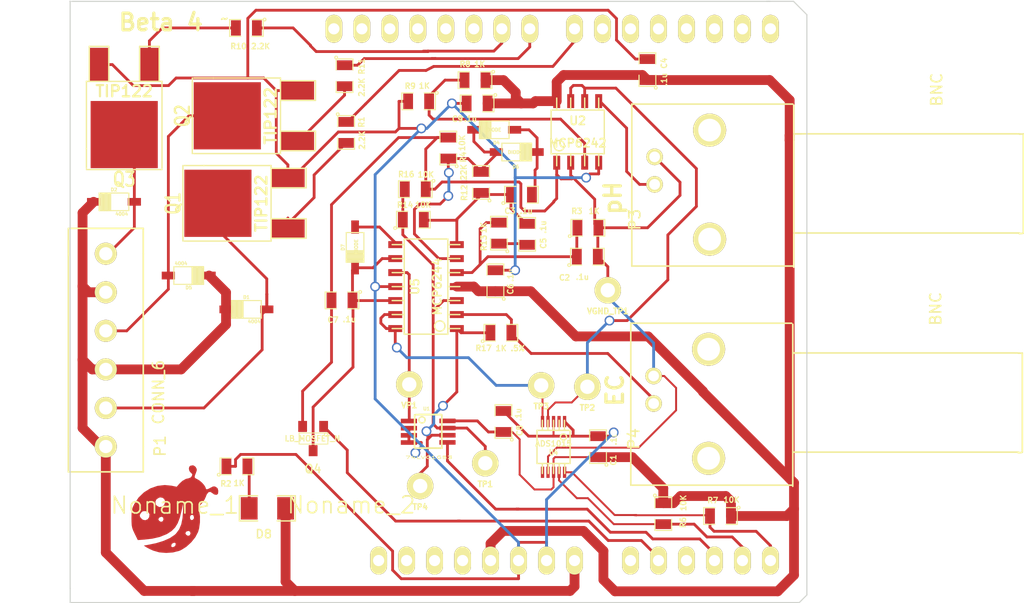
<source format=kicad_pcb>
(kicad_pcb (version 20171130) (host pcbnew "(5.1.12)-1")

  (general
    (thickness 1.6)
    (drawings 14)
    (tracks 506)
    (zones 0)
    (modules 51)
    (nets 34)
  )

  (page A3)
  (layers
    (0 F.Cu signal)
    (31 B.Cu signal)
    (32 B.Adhes user hide)
    (33 F.Adhes user hide)
    (34 B.Paste user hide)
    (35 F.Paste user hide)
    (36 B.SilkS user hide)
    (37 F.SilkS user hide)
    (38 B.Mask user hide)
    (39 F.Mask user hide)
    (40 Dwgs.User user hide)
    (41 Cmts.User user hide)
    (42 Eco1.User user)
    (43 Eco2.User user hide)
    (44 Edge.Cuts user)
  )

  (setup
    (last_trace_width 0.1778)
    (user_trace_width 0.1778)
    (user_trace_width 0.254)
    (user_trace_width 0.381)
    (user_trace_width 0.6096)
    (user_trace_width 0.889)
    (trace_clearance 0.254)
    (zone_clearance 0.254)
    (zone_45_only no)
    (trace_min 0.1524)
    (via_size 0.889)
    (via_drill 0.635)
    (via_min_size 0.381)
    (via_min_drill 0.254)
    (user_via 0.635 0.254)
    (uvia_size 0.508)
    (uvia_drill 0.127)
    (uvias_allowed no)
    (uvia_min_size 0.508)
    (uvia_min_drill 0.127)
    (edge_width 0.1)
    (segment_width 0.2)
    (pcb_text_width 0.3)
    (pcb_text_size 1.5 1.5)
    (mod_edge_width 0.15)
    (mod_text_size 1 1)
    (mod_text_width 0.15)
    (pad_size 2.4 2.4)
    (pad_drill 1.3)
    (pad_to_mask_clearance 0)
    (aux_axis_origin 0 0)
    (visible_elements 7FFFFF99)
    (pcbplotparams
      (layerselection 0x00030_ffffffff)
      (usegerberextensions true)
      (usegerberattributes true)
      (usegerberadvancedattributes true)
      (creategerberjobfile true)
      (excludeedgelayer true)
      (linewidth 0.150000)
      (plotframeref false)
      (viasonmask false)
      (mode 1)
      (useauxorigin false)
      (hpglpennumber 1)
      (hpglpenspeed 20)
      (hpglpendiameter 15.000000)
      (psnegative false)
      (psa4output false)
      (plotreference true)
      (plotvalue true)
      (plotinvisibletext false)
      (padsonsilk false)
      (subtractmaskfromsilk false)
      (outputformat 1)
      (mirror false)
      (drillshape 0)
      (scaleselection 1)
      (outputdirectory "//psf/Home/Documents/Lettuce Buddy HW/LadyBug Hydro/Laydybug Shield/Kicad/Gerbers/Beta4/"))
  )

  (net 0 "")
  (net 1 /Arduino/12V)
  (net 2 /Arduino/FET_pin)
  (net 3 /Arduino/MUX_out_pin)
  (net 4 /Arduino/SCL)
  (net 5 /Arduino/SDA)
  (net 6 /Arduino/pump1_pin)
  (net 7 /Arduino/pump2_pin)
  (net 8 /Arduino/pump3_pin)
  (net 9 /DigitalAccess/EC_AIN)
  (net 10 /DigitalAccess/pH_AIN)
  (net 11 /EC/AC/EC_Vin)
  (net 12 /EC/AC/G1)
  (net 13 /EC/AC/W_Vin+)
  (net 14 /EC/AC/W_Vin-)
  (net 15 /EC/AC/W_Vout)
  (net 16 /EC/AC/f1)
  (net 17 /EC/ECGain/EC_Vout)
  (net 18 /EC/EC_ProbeIN)
  (net 19 /EC/Rectify/RVin-)
  (net 20 /EC/Rectify/R_Vout)
  (net 21 /EC/Rectify/Signal)
  (net 22 /Power/VGND_V+)
  (net 23 /Pumps/pump1)
  (net 24 /Pumps/pump2)
  (net 25 /Pumps/pump3)
  (net 26 /pH/pH_ProbeIN)
  (net 27 GND)
  (net 28 N-0000020)
  (net 29 N-0000043)
  (net 30 N-0000044)
  (net 31 N-0000045)
  (net 32 VGND)
  (net 33 Vclean)

  (net_class Default "This is the default net class."
    (clearance 0.254)
    (trace_width 0.254)
    (via_dia 0.889)
    (via_drill 0.635)
    (uvia_dia 0.508)
    (uvia_drill 0.127)
    (add_net /Arduino/12V)
    (add_net /Arduino/FET_pin)
    (add_net /Arduino/MUX_out_pin)
    (add_net /Arduino/SCL)
    (add_net /Arduino/SDA)
    (add_net /Arduino/pump1_pin)
    (add_net /Arduino/pump2_pin)
    (add_net /Arduino/pump3_pin)
    (add_net /DigitalAccess/EC_AIN)
    (add_net /DigitalAccess/pH_AIN)
    (add_net /EC/AC/EC_Vin)
    (add_net /EC/AC/G1)
    (add_net /EC/AC/W_Vin+)
    (add_net /EC/AC/W_Vin-)
    (add_net /EC/AC/W_Vout)
    (add_net /EC/AC/f1)
    (add_net /EC/ECGain/EC_Vout)
    (add_net /EC/EC_ProbeIN)
    (add_net /EC/Rectify/RVin-)
    (add_net /EC/Rectify/R_Vout)
    (add_net /EC/Rectify/Signal)
    (add_net /Power/VGND_V+)
    (add_net /Pumps/pump1)
    (add_net /Pumps/pump2)
    (add_net /Pumps/pump3)
    (add_net /pH/pH_ProbeIN)
    (add_net GND)
    (add_net N-0000020)
    (add_net N-0000043)
    (add_net N-0000044)
    (add_net N-0000045)
    (add_net VGND)
    (add_net Vclean)
  )

  (net_class VClean ""
    (clearance 0.254)
    (trace_width 0.6096)
    (via_dia 0.889)
    (via_drill 0.635)
    (uvia_dia 0.508)
    (uvia_drill 0.127)
  )

  (module SOD-123 (layer F.Cu) (tedit 4C3ED0DD) (tstamp 7FFFFFFF)
    (at 39.685 38.9407 180)
    (path /547DE6BF/54803657)
    (fp_text reference D2 (at 0 1.09982 180) (layer F.SilkS)
      (effects (font (size 0.29972 0.29972) (thickness 0.0762)))
    )
    (fp_text value 4004 (at -0.70104 -1.09982 180) (layer F.SilkS)
      (effects (font (size 0.29972 0.29972) (thickness 0.0762)))
    )
    (fp_line (start 0.29972 -0.8001) (end 0.29972 0.8001) (layer F.SilkS) (width 0.09906))
    (fp_line (start 0.39878 -0.8001) (end 0.39878 0.8001) (layer F.SilkS) (width 0.09906))
    (fp_line (start 0.50038 0.8001) (end 0.50038 -0.8001) (layer F.SilkS) (width 0.09906))
    (fp_line (start 0.59944 -0.8001) (end 0.59944 0.8001) (layer F.SilkS) (width 0.09906))
    (fp_line (start 0.70104 0.8001) (end 0.70104 -0.8001) (layer F.SilkS) (width 0.09906))
    (fp_line (start 1.30048 -0.8001) (end 1.30048 0.7493) (layer F.SilkS) (width 0.09906))
    (fp_line (start 1.19888 0.8001) (end 1.19888 -0.8001) (layer F.SilkS) (width 0.09906))
    (fp_line (start 1.09982 0.8001) (end 1.09982 -0.8001) (layer F.SilkS) (width 0.09906))
    (fp_line (start 1.00076 -0.8001) (end 1.00076 0.8001) (layer F.SilkS) (width 0.09906))
    (fp_line (start 0.89916 0.8001) (end 0.89916 -0.8001) (layer F.SilkS) (width 0.09906))
    (fp_line (start 0.8001 -0.8001) (end 0.8001 0.8001) (layer F.SilkS) (width 0.09906))
    (fp_line (start -1.34874 -0.8001) (end 1.34874 -0.8001) (layer F.SilkS) (width 0.09906))
    (fp_line (start 1.34874 -0.8001) (end 1.34874 0.8001) (layer F.SilkS) (width 0.09906))
    (fp_line (start 1.34874 0.8001) (end -1.34874 0.8001) (layer F.SilkS) (width 0.09906))
    (fp_line (start -1.34874 0.8001) (end -1.34874 -0.8001) (layer F.SilkS) (width 0.09906))
    (pad 1 smd rect (at -1.84912 0 180) (size 1.19888 0.70104) (layers F.Cu F.Paste F.Mask)
      (net 25 /Pumps/pump3) (clearance 0.14986))
    (pad 2 smd rect (at 1.84912 0 180) (size 1.19888 0.70104) (layers F.Cu F.Paste F.Mask)
      (net 1 /Arduino/12V) (clearance 0.14986))
  )

  (module SOD-123 (layer F.Cu) (tedit 55528B1F) (tstamp 555112F8)
    (at 74.1959 32.4028 180)
    (path /547DE5B0/54C79A3D/54C79AD0)
    (fp_text reference D4 (at -0.20066 -1.17602 180) (layer F.SilkS)
      (effects (font (size 0.29972 0.29972) (thickness 0.0762)))
    )
    (fp_text value DIODE (at 0.02794 -0.00762 180) (layer F.SilkS)
      (effects (font (size 0.29972 0.29972) (thickness 0.0762)))
    )
    (fp_line (start 0.29972 -0.8001) (end 0.29972 0.8001) (layer F.SilkS) (width 0.09906))
    (fp_line (start 0.39878 -0.8001) (end 0.39878 0.8001) (layer F.SilkS) (width 0.09906))
    (fp_line (start 0.50038 0.8001) (end 0.50038 -0.8001) (layer F.SilkS) (width 0.09906))
    (fp_line (start 0.59944 -0.8001) (end 0.59944 0.8001) (layer F.SilkS) (width 0.09906))
    (fp_line (start 0.70104 0.8001) (end 0.70104 -0.8001) (layer F.SilkS) (width 0.09906))
    (fp_line (start 1.30048 -0.8001) (end 1.30048 0.7493) (layer F.SilkS) (width 0.09906))
    (fp_line (start 1.19888 0.8001) (end 1.19888 -0.8001) (layer F.SilkS) (width 0.09906))
    (fp_line (start 1.09982 0.8001) (end 1.09982 -0.8001) (layer F.SilkS) (width 0.09906))
    (fp_line (start 1.00076 -0.8001) (end 1.00076 0.8001) (layer F.SilkS) (width 0.09906))
    (fp_line (start 0.89916 0.8001) (end 0.89916 -0.8001) (layer F.SilkS) (width 0.09906))
    (fp_line (start 0.8001 -0.8001) (end 0.8001 0.8001) (layer F.SilkS) (width 0.09906))
    (fp_line (start -1.34874 -0.8001) (end 1.34874 -0.8001) (layer F.SilkS) (width 0.09906))
    (fp_line (start 1.34874 -0.8001) (end 1.34874 0.8001) (layer F.SilkS) (width 0.09906))
    (fp_line (start 1.34874 0.8001) (end -1.34874 0.8001) (layer F.SilkS) (width 0.09906))
    (fp_line (start -1.34874 0.8001) (end -1.34874 -0.8001) (layer F.SilkS) (width 0.09906))
    (pad 1 smd rect (at -1.84912 0 180) (size 1.19888 0.70104) (layers F.Cu F.Paste F.Mask)
      (net 12 /EC/AC/G1) (clearance 0.14986))
    (pad 2 smd rect (at 1.84912 0 180) (size 1.19888 0.70104) (layers F.Cu F.Paste F.Mask)
      (net 14 /EC/AC/W_Vin-) (clearance 0.14986))
  )

  (module SOD-123 (layer F.Cu) (tedit 4C3ED0DD) (tstamp 5551130D)
    (at 46.4693 45.6311)
    (path /547DE6BF/540E4757)
    (fp_text reference D5 (at 0 1.09982) (layer F.SilkS)
      (effects (font (size 0.29972 0.29972) (thickness 0.0762)))
    )
    (fp_text value 4004 (at -0.70104 -1.09982) (layer F.SilkS)
      (effects (font (size 0.29972 0.29972) (thickness 0.0762)))
    )
    (fp_line (start 0.29972 -0.8001) (end 0.29972 0.8001) (layer F.SilkS) (width 0.09906))
    (fp_line (start 0.39878 -0.8001) (end 0.39878 0.8001) (layer F.SilkS) (width 0.09906))
    (fp_line (start 0.50038 0.8001) (end 0.50038 -0.8001) (layer F.SilkS) (width 0.09906))
    (fp_line (start 0.59944 -0.8001) (end 0.59944 0.8001) (layer F.SilkS) (width 0.09906))
    (fp_line (start 0.70104 0.8001) (end 0.70104 -0.8001) (layer F.SilkS) (width 0.09906))
    (fp_line (start 1.30048 -0.8001) (end 1.30048 0.7493) (layer F.SilkS) (width 0.09906))
    (fp_line (start 1.19888 0.8001) (end 1.19888 -0.8001) (layer F.SilkS) (width 0.09906))
    (fp_line (start 1.09982 0.8001) (end 1.09982 -0.8001) (layer F.SilkS) (width 0.09906))
    (fp_line (start 1.00076 -0.8001) (end 1.00076 0.8001) (layer F.SilkS) (width 0.09906))
    (fp_line (start 0.89916 0.8001) (end 0.89916 -0.8001) (layer F.SilkS) (width 0.09906))
    (fp_line (start 0.8001 -0.8001) (end 0.8001 0.8001) (layer F.SilkS) (width 0.09906))
    (fp_line (start -1.34874 -0.8001) (end 1.34874 -0.8001) (layer F.SilkS) (width 0.09906))
    (fp_line (start 1.34874 -0.8001) (end 1.34874 0.8001) (layer F.SilkS) (width 0.09906))
    (fp_line (start 1.34874 0.8001) (end -1.34874 0.8001) (layer F.SilkS) (width 0.09906))
    (fp_line (start -1.34874 0.8001) (end -1.34874 -0.8001) (layer F.SilkS) (width 0.09906))
    (pad 1 smd rect (at -1.84912 0) (size 1.19888 0.70104) (layers F.Cu F.Paste F.Mask)
      (net 24 /Pumps/pump2) (clearance 0.14986))
    (pad 2 smd rect (at 1.84912 0) (size 1.19888 0.70104) (layers F.Cu F.Paste F.Mask)
      (net 1 /Arduino/12V) (clearance 0.14986))
  )

  (module SOD-123 (layer F.Cu) (tedit 55528B16) (tstamp 55511322)
    (at 76.2406 34.4221)
    (path /547DE5B0/54C79A3D/54C79AD6)
    (fp_text reference D6 (at -0.09144 1.34112) (layer F.SilkS)
      (effects (font (size 0.29972 0.29972) (thickness 0.0762)))
    )
    (fp_text value DIODE (at -0.14224 0.02032) (layer F.SilkS)
      (effects (font (size 0.29972 0.29972) (thickness 0.0762)))
    )
    (fp_line (start 0.29972 -0.8001) (end 0.29972 0.8001) (layer F.SilkS) (width 0.09906))
    (fp_line (start 0.39878 -0.8001) (end 0.39878 0.8001) (layer F.SilkS) (width 0.09906))
    (fp_line (start 0.50038 0.8001) (end 0.50038 -0.8001) (layer F.SilkS) (width 0.09906))
    (fp_line (start 0.59944 -0.8001) (end 0.59944 0.8001) (layer F.SilkS) (width 0.09906))
    (fp_line (start 0.70104 0.8001) (end 0.70104 -0.8001) (layer F.SilkS) (width 0.09906))
    (fp_line (start 1.30048 -0.8001) (end 1.30048 0.7493) (layer F.SilkS) (width 0.09906))
    (fp_line (start 1.19888 0.8001) (end 1.19888 -0.8001) (layer F.SilkS) (width 0.09906))
    (fp_line (start 1.09982 0.8001) (end 1.09982 -0.8001) (layer F.SilkS) (width 0.09906))
    (fp_line (start 1.00076 -0.8001) (end 1.00076 0.8001) (layer F.SilkS) (width 0.09906))
    (fp_line (start 0.89916 0.8001) (end 0.89916 -0.8001) (layer F.SilkS) (width 0.09906))
    (fp_line (start 0.8001 -0.8001) (end 0.8001 0.8001) (layer F.SilkS) (width 0.09906))
    (fp_line (start -1.34874 -0.8001) (end 1.34874 -0.8001) (layer F.SilkS) (width 0.09906))
    (fp_line (start 1.34874 -0.8001) (end 1.34874 0.8001) (layer F.SilkS) (width 0.09906))
    (fp_line (start 1.34874 0.8001) (end -1.34874 0.8001) (layer F.SilkS) (width 0.09906))
    (fp_line (start -1.34874 0.8001) (end -1.34874 -0.8001) (layer F.SilkS) (width 0.09906))
    (pad 1 smd rect (at -1.84912 0) (size 1.19888 0.70104) (layers F.Cu F.Paste F.Mask)
      (net 14 /EC/AC/W_Vin-) (clearance 0.14986))
    (pad 2 smd rect (at 1.84912 0) (size 1.19888 0.70104) (layers F.Cu F.Paste F.Mask)
      (net 12 /EC/AC/G1) (clearance 0.14986))
  )

  (module SOD-123 (layer F.Cu) (tedit 4C3ED0DD) (tstamp 55511337)
    (at 51.7042 48.702 180)
    (path /547DE6BF/53CBD4B8)
    (fp_text reference D1 (at 0 1.09982 180) (layer F.SilkS)
      (effects (font (size 0.29972 0.29972) (thickness 0.0762)))
    )
    (fp_text value 4004 (at -0.70104 -1.09982 180) (layer F.SilkS)
      (effects (font (size 0.29972 0.29972) (thickness 0.0762)))
    )
    (fp_line (start 0.29972 -0.8001) (end 0.29972 0.8001) (layer F.SilkS) (width 0.09906))
    (fp_line (start 0.39878 -0.8001) (end 0.39878 0.8001) (layer F.SilkS) (width 0.09906))
    (fp_line (start 0.50038 0.8001) (end 0.50038 -0.8001) (layer F.SilkS) (width 0.09906))
    (fp_line (start 0.59944 -0.8001) (end 0.59944 0.8001) (layer F.SilkS) (width 0.09906))
    (fp_line (start 0.70104 0.8001) (end 0.70104 -0.8001) (layer F.SilkS) (width 0.09906))
    (fp_line (start 1.30048 -0.8001) (end 1.30048 0.7493) (layer F.SilkS) (width 0.09906))
    (fp_line (start 1.19888 0.8001) (end 1.19888 -0.8001) (layer F.SilkS) (width 0.09906))
    (fp_line (start 1.09982 0.8001) (end 1.09982 -0.8001) (layer F.SilkS) (width 0.09906))
    (fp_line (start 1.00076 -0.8001) (end 1.00076 0.8001) (layer F.SilkS) (width 0.09906))
    (fp_line (start 0.89916 0.8001) (end 0.89916 -0.8001) (layer F.SilkS) (width 0.09906))
    (fp_line (start 0.8001 -0.8001) (end 0.8001 0.8001) (layer F.SilkS) (width 0.09906))
    (fp_line (start -1.34874 -0.8001) (end 1.34874 -0.8001) (layer F.SilkS) (width 0.09906))
    (fp_line (start 1.34874 -0.8001) (end 1.34874 0.8001) (layer F.SilkS) (width 0.09906))
    (fp_line (start 1.34874 0.8001) (end -1.34874 0.8001) (layer F.SilkS) (width 0.09906))
    (fp_line (start -1.34874 0.8001) (end -1.34874 -0.8001) (layer F.SilkS) (width 0.09906))
    (pad 1 smd rect (at -1.84912 0 180) (size 1.19888 0.70104) (layers F.Cu F.Paste F.Mask)
      (net 23 /Pumps/pump1) (clearance 0.14986))
    (pad 2 smd rect (at 1.84912 0 180) (size 1.19888 0.70104) (layers F.Cu F.Paste F.Mask)
      (net 1 /Arduino/12V) (clearance 0.14986))
  )

  (module SOD-123 (layer F.Cu) (tedit 55528F1F) (tstamp 5551134C)
    (at 61.5671 43.0784 270)
    (path /547DE5B0/54C7AF06/54C7CC9B)
    (fp_text reference D7 (at 0 1.09982 270) (layer F.SilkS)
      (effects (font (size 0.29972 0.29972) (thickness 0.0762)))
    )
    (fp_text value DIODE (at -0.0762 -0.10414 270) (layer F.SilkS)
      (effects (font (size 0.29972 0.29972) (thickness 0.0762)))
    )
    (fp_line (start 0.29972 -0.8001) (end 0.29972 0.8001) (layer F.SilkS) (width 0.09906))
    (fp_line (start 0.39878 -0.8001) (end 0.39878 0.8001) (layer F.SilkS) (width 0.09906))
    (fp_line (start 0.50038 0.8001) (end 0.50038 -0.8001) (layer F.SilkS) (width 0.09906))
    (fp_line (start 0.59944 -0.8001) (end 0.59944 0.8001) (layer F.SilkS) (width 0.09906))
    (fp_line (start 0.70104 0.8001) (end 0.70104 -0.8001) (layer F.SilkS) (width 0.09906))
    (fp_line (start 1.30048 -0.8001) (end 1.30048 0.7493) (layer F.SilkS) (width 0.09906))
    (fp_line (start 1.19888 0.8001) (end 1.19888 -0.8001) (layer F.SilkS) (width 0.09906))
    (fp_line (start 1.09982 0.8001) (end 1.09982 -0.8001) (layer F.SilkS) (width 0.09906))
    (fp_line (start 1.00076 -0.8001) (end 1.00076 0.8001) (layer F.SilkS) (width 0.09906))
    (fp_line (start 0.89916 0.8001) (end 0.89916 -0.8001) (layer F.SilkS) (width 0.09906))
    (fp_line (start 0.8001 -0.8001) (end 0.8001 0.8001) (layer F.SilkS) (width 0.09906))
    (fp_line (start -1.34874 -0.8001) (end 1.34874 -0.8001) (layer F.SilkS) (width 0.09906))
    (fp_line (start 1.34874 -0.8001) (end 1.34874 0.8001) (layer F.SilkS) (width 0.09906))
    (fp_line (start 1.34874 0.8001) (end -1.34874 0.8001) (layer F.SilkS) (width 0.09906))
    (fp_line (start -1.34874 0.8001) (end -1.34874 -0.8001) (layer F.SilkS) (width 0.09906))
    (pad 1 smd rect (at -1.84912 0 270) (size 1.19888 0.70104) (layers F.Cu F.Paste F.Mask)
      (net 20 /EC/Rectify/R_Vout) (clearance 0.14986))
    (pad 2 smd rect (at 1.84912 0 270) (size 1.19888 0.70104) (layers F.Cu F.Paste F.Mask)
      (net 19 /EC/Rectify/RVin-) (clearance 0.14986))
  )

  (module so-8 (layer F.Cu) (tedit 48A6C16E) (tstamp 55528571)
    (at 81.7728 32.5958)
    (descr SO-8)
    (path /547DE57A/54906D15)
    (attr smd)
    (fp_text reference U2 (at 0 -1.016) (layer F.SilkS)
      (effects (font (size 0.7493 0.7493) (thickness 0.14986)))
    )
    (fp_text value MCP6242 (at 0 1.016) (layer F.SilkS)
      (effects (font (size 0.7493 0.7493) (thickness 0.14986)))
    )
    (fp_line (start -2.413 -1.9812) (end -2.413 1.9812) (layer F.SilkS) (width 0.127))
    (fp_line (start -2.413 1.9812) (end 2.413 1.9812) (layer F.SilkS) (width 0.127))
    (fp_line (start 2.413 1.9812) (end 2.413 -1.9812) (layer F.SilkS) (width 0.127))
    (fp_line (start 2.413 -1.9812) (end -2.413 -1.9812) (layer F.SilkS) (width 0.127))
    (fp_line (start -1.905 -1.9812) (end -1.905 -3.0734) (layer F.SilkS) (width 0.127))
    (fp_line (start -0.635 -1.9812) (end -0.635 -3.0734) (layer F.SilkS) (width 0.127))
    (fp_line (start 0.635 -1.9812) (end 0.635 -3.0734) (layer F.SilkS) (width 0.127))
    (fp_line (start 1.905 -3.0734) (end 1.905 -1.9812) (layer F.SilkS) (width 0.127))
    (fp_line (start 1.905 1.9812) (end 1.905 3.0734) (layer F.SilkS) (width 0.127))
    (fp_line (start 0.635 3.0734) (end 0.635 1.9812) (layer F.SilkS) (width 0.127))
    (fp_line (start -0.635 3.0734) (end -0.635 1.9812) (layer F.SilkS) (width 0.127))
    (fp_line (start -1.905 3.0734) (end -1.905 1.9812) (layer F.SilkS) (width 0.127))
    (fp_circle (center -1.6764 1.2446) (end -1.9558 1.6256) (layer F.SilkS) (width 0.127))
    (pad 1 smd rect (at -1.905 2.794) (size 0.635 1.27) (layers F.Cu F.Paste F.Mask)
      (net 32 VGND))
    (pad 2 smd rect (at -0.635 2.794) (size 0.635 1.27) (layers F.Cu F.Paste F.Mask)
      (net 32 VGND))
    (pad 3 smd rect (at 0.635 2.794) (size 0.635 1.27) (layers F.Cu F.Paste F.Mask)
      (net 22 /Power/VGND_V+))
    (pad 4 smd rect (at 1.905 2.794) (size 0.635 1.27) (layers F.Cu F.Paste F.Mask)
      (net 27 GND))
    (pad 5 smd rect (at 1.905 -2.794) (size 0.635 1.27) (layers F.Cu F.Paste F.Mask)
      (net 26 /pH/pH_ProbeIN))
    (pad 6 smd rect (at 0.635 -2.794) (size 0.635 1.27) (layers F.Cu F.Paste F.Mask)
      (net 10 /DigitalAccess/pH_AIN))
    (pad 7 smd rect (at -0.635 -2.794) (size 0.635 1.27) (layers F.Cu F.Paste F.Mask)
      (net 10 /DigitalAccess/pH_AIN))
    (pad 8 smd rect (at -1.905 -2.794) (size 0.635 1.27) (layers F.Cu F.Paste F.Mask)
      (net 33 Vclean))
    (model smd/smd_dil/so-8.wrl
      (at (xyz 0 0 0))
      (scale (xyz 1 1 1))
      (rotate (xyz 0 0 0))
    )
  )

  (module SM1206 (layer F.Cu) (tedit 55528F68) (tstamp 55511371)
    (at 53.6092 66.7614 180)
    (path /547DE474/551317CB)
    (attr smd)
    (fp_text reference D8 (at 0.33274 -2.33426 180) (layer F.SilkS)
      (effects (font (size 0.762 0.762) (thickness 0.127)))
    )
    (fp_text value LED (at 0 0 180) (layer F.SilkS) hide
      (effects (font (size 0.762 0.762) (thickness 0.127)))
    )
    (fp_line (start -2.54 -1.143) (end -2.54 1.143) (layer F.SilkS) (width 0.127))
    (fp_line (start -2.54 1.143) (end -0.889 1.143) (layer F.SilkS) (width 0.127))
    (fp_line (start 0.889 -1.143) (end 2.54 -1.143) (layer F.SilkS) (width 0.127))
    (fp_line (start 2.54 -1.143) (end 2.54 1.143) (layer F.SilkS) (width 0.127))
    (fp_line (start 2.54 1.143) (end 0.889 1.143) (layer F.SilkS) (width 0.127))
    (fp_line (start -0.889 -1.143) (end -2.54 -1.143) (layer F.SilkS) (width 0.127))
    (pad 1 smd rect (at -1.651 0 180) (size 1.524 2.032) (layers F.Cu F.Paste F.Mask)
      (net 1 /Arduino/12V))
    (pad 2 smd rect (at 1.651 0 180) (size 1.524 2.032) (layers F.Cu F.Paste F.Mask)
      (net 28 N-0000020))
    (model smd/chip_cms.wrl
      (at (xyz 0 0 0))
      (scale (xyz 0.17 0.16 0.16))
      (rotate (xyz 0 0 0))
    )
  )

  (module SM0805 (layer F.Cu) (tedit 55528AEE) (tstamp 5551137E)
    (at 72.4535 27.8968 180)
    (path /547DE6F9/547DEB21)
    (attr smd)
    (fp_text reference R8 (at 0.9017 1.45542 180) (layer F.SilkS)
      (effects (font (size 0.50038 0.50038) (thickness 0.10922)))
    )
    (fp_text value 1K (at -0.4191 1.45542 180) (layer F.SilkS)
      (effects (font (size 0.50038 0.50038) (thickness 0.10922)))
    )
    (fp_circle (center -1.651 0.762) (end -1.651 0.635) (layer F.SilkS) (width 0.09906))
    (fp_line (start -0.508 0.762) (end -1.524 0.762) (layer F.SilkS) (width 0.09906))
    (fp_line (start -1.524 0.762) (end -1.524 -0.762) (layer F.SilkS) (width 0.09906))
    (fp_line (start -1.524 -0.762) (end -0.508 -0.762) (layer F.SilkS) (width 0.09906))
    (fp_line (start 0.508 -0.762) (end 1.524 -0.762) (layer F.SilkS) (width 0.09906))
    (fp_line (start 1.524 -0.762) (end 1.524 0.762) (layer F.SilkS) (width 0.09906))
    (fp_line (start 1.524 0.762) (end 0.508 0.762) (layer F.SilkS) (width 0.09906))
    (pad 1 smd rect (at -0.9525 0 180) (size 0.889 1.397) (layers F.Cu F.Paste F.Mask)
      (net 33 Vclean))
    (pad 2 smd rect (at 0.9525 0 180) (size 0.889 1.397) (layers F.Cu F.Paste F.Mask)
      (net 22 /Power/VGND_V+))
    (model smd/chip_cms.wrl
      (at (xyz 0 0 0))
      (scale (xyz 0.1 0.1 0.1))
      (rotate (xyz 0 0 0))
    )
  )

  (module SM0805 (layer F.Cu) (tedit 555287EF) (tstamp 5551138B)
    (at 74.6227 41.783 90)
    (path /547DE5B0/54C79A3D/54C79AE2)
    (attr smd)
    (fp_text reference R13 (at -0.889 -1.36906 90) (layer F.SilkS)
      (effects (font (size 0.50038 0.50038) (thickness 0.10922)))
    )
    (fp_text value 1K (at 0.49784 -1.38684 90) (layer F.SilkS)
      (effects (font (size 0.50038 0.50038) (thickness 0.10922)))
    )
    (fp_circle (center -1.651 0.762) (end -1.651 0.635) (layer F.SilkS) (width 0.09906))
    (fp_line (start -0.508 0.762) (end -1.524 0.762) (layer F.SilkS) (width 0.09906))
    (fp_line (start -1.524 0.762) (end -1.524 -0.762) (layer F.SilkS) (width 0.09906))
    (fp_line (start -1.524 -0.762) (end -0.508 -0.762) (layer F.SilkS) (width 0.09906))
    (fp_line (start 0.508 -0.762) (end 1.524 -0.762) (layer F.SilkS) (width 0.09906))
    (fp_line (start 1.524 -0.762) (end 1.524 0.762) (layer F.SilkS) (width 0.09906))
    (fp_line (start 1.524 0.762) (end 0.508 0.762) (layer F.SilkS) (width 0.09906))
    (pad 1 smd rect (at -0.9525 0 90) (size 0.889 1.397) (layers F.Cu F.Paste F.Mask)
      (net 16 /EC/AC/f1))
    (pad 2 smd rect (at 0.9525 0 90) (size 0.889 1.397) (layers F.Cu F.Paste F.Mask)
      (net 13 /EC/AC/W_Vin+))
    (model smd/chip_cms.wrl
      (at (xyz 0 0 0))
      (scale (xyz 0.1 0.1 0.1))
      (rotate (xyz 0 0 0))
    )
  )

  (module SM0805 (layer F.Cu) (tedit 5) (tstamp 55511398)
    (at 66.8528 40.5638)
    (path /547DE5B0/54C79A3D/54C79AE8)
    (attr smd)
    (fp_text reference R14 (at -0.74676 -1.3335) (layer F.SilkS)
      (effects (font (size 0.50038 0.50038) (thickness 0.10922)))
    )
    (fp_text value 10K (at 0.889 -1.35128) (layer F.SilkS)
      (effects (font (size 0.50038 0.50038) (thickness 0.10922)))
    )
    (fp_circle (center -1.651 0.762) (end -1.651 0.635) (layer F.SilkS) (width 0.09906))
    (fp_line (start -0.508 0.762) (end -1.524 0.762) (layer F.SilkS) (width 0.09906))
    (fp_line (start -1.524 0.762) (end -1.524 -0.762) (layer F.SilkS) (width 0.09906))
    (fp_line (start -1.524 -0.762) (end -0.508 -0.762) (layer F.SilkS) (width 0.09906))
    (fp_line (start 0.508 -0.762) (end 1.524 -0.762) (layer F.SilkS) (width 0.09906))
    (fp_line (start 1.524 -0.762) (end 1.524 0.762) (layer F.SilkS) (width 0.09906))
    (fp_line (start 1.524 0.762) (end 0.508 0.762) (layer F.SilkS) (width 0.09906))
    (pad 1 smd rect (at -0.9525 0) (size 0.889 1.397) (layers F.Cu F.Paste F.Mask)
      (net 11 /EC/AC/EC_Vin))
    (pad 2 smd rect (at 0.9525 0) (size 0.889 1.397) (layers F.Cu F.Paste F.Mask)
      (net 15 /EC/AC/W_Vout))
    (model smd/chip_cms.wrl
      (at (xyz 0 0 0))
      (scale (xyz 0.1 0.1 0.1))
      (rotate (xyz 0 0 0))
    )
  )

  (module SM0805 (layer F.Cu) (tedit 555288AF) (tstamp 555113A5)
    (at 73.0047 37.178 90)
    (path /547DE5B0/54C79A3D/54C79B28)
    (attr smd)
    (fp_text reference R12 (at -0.94488 -1.524 90) (layer F.SilkS)
      (effects (font (size 0.50038 0.50038) (thickness 0.10922)))
    )
    (fp_text value 22K (at 0.9144 -1.57226 90) (layer F.SilkS)
      (effects (font (size 0.50038 0.50038) (thickness 0.10922)))
    )
    (fp_circle (center -1.651 0.762) (end -1.651 0.635) (layer F.SilkS) (width 0.09906))
    (fp_line (start -0.508 0.762) (end -1.524 0.762) (layer F.SilkS) (width 0.09906))
    (fp_line (start -1.524 0.762) (end -1.524 -0.762) (layer F.SilkS) (width 0.09906))
    (fp_line (start -1.524 -0.762) (end -0.508 -0.762) (layer F.SilkS) (width 0.09906))
    (fp_line (start 0.508 -0.762) (end 1.524 -0.762) (layer F.SilkS) (width 0.09906))
    (fp_line (start 1.524 -0.762) (end 1.524 0.762) (layer F.SilkS) (width 0.09906))
    (fp_line (start 1.524 0.762) (end 0.508 0.762) (layer F.SilkS) (width 0.09906))
    (pad 1 smd rect (at -0.9525 0 90) (size 0.889 1.397) (layers F.Cu F.Paste F.Mask)
      (net 15 /EC/AC/W_Vout))
    (pad 2 smd rect (at 0.9525 0 90) (size 0.889 1.397) (layers F.Cu F.Paste F.Mask)
      (net 14 /EC/AC/W_Vin-))
    (model smd/chip_cms.wrl
      (at (xyz 0 0 0))
      (scale (xyz 0.1 0.1 0.1))
      (rotate (xyz 0 0 0))
    )
  )

  (module SM0805 (layer F.Cu) (tedit 55525EB3) (tstamp 555113B2)
    (at 67.0306 37.7952 180)
    (path /547DE5B0/54C79A3D/54C79B2E)
    (attr smd)
    (fp_text reference R16 (at 0.82042 1.34874 180) (layer F.SilkS)
      (effects (font (size 0.50038 0.50038) (thickness 0.10922)))
    )
    (fp_text value 10K (at -0.95758 1.32334 180) (layer F.SilkS)
      (effects (font (size 0.50038 0.50038) (thickness 0.10922)))
    )
    (fp_circle (center -1.651 0.762) (end -1.651 0.635) (layer F.SilkS) (width 0.09906))
    (fp_line (start -0.508 0.762) (end -1.524 0.762) (layer F.SilkS) (width 0.09906))
    (fp_line (start -1.524 0.762) (end -1.524 -0.762) (layer F.SilkS) (width 0.09906))
    (fp_line (start -1.524 -0.762) (end -0.508 -0.762) (layer F.SilkS) (width 0.09906))
    (fp_line (start 0.508 -0.762) (end 1.524 -0.762) (layer F.SilkS) (width 0.09906))
    (fp_line (start 1.524 -0.762) (end 1.524 0.762) (layer F.SilkS) (width 0.09906))
    (fp_line (start 1.524 0.762) (end 0.508 0.762) (layer F.SilkS) (width 0.09906))
    (pad 1 smd rect (at -0.9525 0 180) (size 0.889 1.397) (layers F.Cu F.Paste F.Mask)
      (net 32 VGND))
    (pad 2 smd rect (at 0.9525 0 180) (size 0.889 1.397) (layers F.Cu F.Paste F.Mask)
      (net 11 /EC/AC/EC_Vin))
    (model smd/chip_cms.wrl
      (at (xyz 0 0 0))
      (scale (xyz 0.1 0.1 0.1))
      (rotate (xyz 0 0 0))
    )
  )

  (module SM0805 (layer F.Cu) (tedit 55525F36) (tstamp 55525F2D)
    (at 74.803 50.8254)
    (path /547DE5B0/54C7A446/54C7A5A6)
    (attr smd)
    (fp_text reference R17 (at -1.56718 1.39446) (layer F.SilkS)
      (effects (font (size 0.50038 0.50038) (thickness 0.10922)))
    )
    (fp_text value "1K .5%" (at 0.8509 1.41224) (layer F.SilkS)
      (effects (font (size 0.50038 0.50038) (thickness 0.10922)))
    )
    (fp_circle (center -1.651 0.762) (end -1.651 0.635) (layer F.SilkS) (width 0.09906))
    (fp_line (start -0.508 0.762) (end -1.524 0.762) (layer F.SilkS) (width 0.09906))
    (fp_line (start -1.524 0.762) (end -1.524 -0.762) (layer F.SilkS) (width 0.09906))
    (fp_line (start -1.524 -0.762) (end -0.508 -0.762) (layer F.SilkS) (width 0.09906))
    (fp_line (start 0.508 -0.762) (end 1.524 -0.762) (layer F.SilkS) (width 0.09906))
    (fp_line (start 1.524 -0.762) (end 1.524 0.762) (layer F.SilkS) (width 0.09906))
    (fp_line (start 1.524 0.762) (end 0.508 0.762) (layer F.SilkS) (width 0.09906))
    (pad 1 smd rect (at -0.9525 0) (size 0.889 1.397) (layers F.Cu F.Paste F.Mask)
      (net 17 /EC/ECGain/EC_Vout))
    (pad 2 smd rect (at 0.9525 0) (size 0.889 1.397) (layers F.Cu F.Paste F.Mask)
      (net 18 /EC/EC_ProbeIN))
    (model smd/chip_cms.wrl
      (at (xyz 0 0 0))
      (scale (xyz 0.1 0.1 0.1))
      (rotate (xyz 0 0 0))
    )
  )

  (module SM0805 (layer F.Cu) (tedit 55525FCE) (tstamp 555113CC)
    (at 74.3026 46.1035 90)
    (path /547DE5B0/54C7A446/54C7A5AC)
    (attr smd)
    (fp_text reference C6 (at -0.74676 1.36906 90) (layer F.SilkS)
      (effects (font (size 0.50038 0.50038) (thickness 0.10922)))
    )
    (fp_text value .1u (at 0.49784 1.36906 90) (layer F.SilkS)
      (effects (font (size 0.50038 0.50038) (thickness 0.10922)))
    )
    (fp_circle (center -1.651 0.762) (end -1.651 0.635) (layer F.SilkS) (width 0.09906))
    (fp_line (start -0.508 0.762) (end -1.524 0.762) (layer F.SilkS) (width 0.09906))
    (fp_line (start -1.524 0.762) (end -1.524 -0.762) (layer F.SilkS) (width 0.09906))
    (fp_line (start -1.524 -0.762) (end -0.508 -0.762) (layer F.SilkS) (width 0.09906))
    (fp_line (start 0.508 -0.762) (end 1.524 -0.762) (layer F.SilkS) (width 0.09906))
    (fp_line (start 1.524 -0.762) (end 1.524 0.762) (layer F.SilkS) (width 0.09906))
    (fp_line (start 1.524 0.762) (end 0.508 0.762) (layer F.SilkS) (width 0.09906))
    (pad 1 smd rect (at -0.9525 0 90) (size 0.889 1.397) (layers F.Cu F.Paste F.Mask)
      (net 33 Vclean))
    (pad 2 smd rect (at 0.9525 0 90) (size 0.889 1.397) (layers F.Cu F.Paste F.Mask)
      (net 27 GND))
    (model smd/chip_cms.wrl
      (at (xyz 0 0 0))
      (scale (xyz 0.1 0.1 0.1))
      (rotate (xyz 0 0 0))
    )
  )

  (module SM0805 (layer F.Cu) (tedit 55528F9C) (tstamp 555113D9)
    (at 60.3809 47.8815 180)
    (path /547DE5B0/54C7AF06/54C7CCA1)
    (attr smd)
    (fp_text reference C7 (at 0.81534 -1.77292 180) (layer F.SilkS)
      (effects (font (size 0.50038 0.50038) (thickness 0.10922)))
    )
    (fp_text value .1u (at -0.66294 -1.72466 180) (layer F.SilkS)
      (effects (font (size 0.50038 0.50038) (thickness 0.10922)))
    )
    (fp_circle (center -1.651 0.762) (end -1.651 0.635) (layer F.SilkS) (width 0.09906))
    (fp_line (start -0.508 0.762) (end -1.524 0.762) (layer F.SilkS) (width 0.09906))
    (fp_line (start -1.524 0.762) (end -1.524 -0.762) (layer F.SilkS) (width 0.09906))
    (fp_line (start -1.524 -0.762) (end -0.508 -0.762) (layer F.SilkS) (width 0.09906))
    (fp_line (start 0.508 -0.762) (end 1.524 -0.762) (layer F.SilkS) (width 0.09906))
    (fp_line (start 1.524 -0.762) (end 1.524 0.762) (layer F.SilkS) (width 0.09906))
    (fp_line (start 1.524 0.762) (end 0.508 0.762) (layer F.SilkS) (width 0.09906))
    (pad 1 smd rect (at -0.9525 0 180) (size 0.889 1.397) (layers F.Cu F.Paste F.Mask)
      (net 19 /EC/Rectify/RVin-))
    (pad 2 smd rect (at 0.9525 0 180) (size 0.889 1.397) (layers F.Cu F.Paste F.Mask)
      (net 32 VGND))
    (model smd/chip_cms.wrl
      (at (xyz 0 0 0))
      (scale (xyz 0.1 0.1 0.1))
      (rotate (xyz 0 0 0))
    )
  )

  (module SM0805 (layer F.Cu) (tedit 555287D9) (tstamp 7FFFFFFF)
    (at 77.183 41.8897 270)
    (path /547DE5B0/54C79A3D/54C79ADC)
    (attr smd)
    (fp_text reference C5 (at 0.81788 -1.47574 270) (layer F.SilkS)
      (effects (font (size 0.50038 0.50038) (thickness 0.10922)))
    )
    (fp_text value .1u (at -0.65786 -1.45796 270) (layer F.SilkS)
      (effects (font (size 0.50038 0.50038) (thickness 0.10922)))
    )
    (fp_circle (center -1.651 0.762) (end -1.651 0.635) (layer F.SilkS) (width 0.09906))
    (fp_line (start -0.508 0.762) (end -1.524 0.762) (layer F.SilkS) (width 0.09906))
    (fp_line (start -1.524 0.762) (end -1.524 -0.762) (layer F.SilkS) (width 0.09906))
    (fp_line (start -1.524 -0.762) (end -0.508 -0.762) (layer F.SilkS) (width 0.09906))
    (fp_line (start 0.508 -0.762) (end 1.524 -0.762) (layer F.SilkS) (width 0.09906))
    (fp_line (start 1.524 -0.762) (end 1.524 0.762) (layer F.SilkS) (width 0.09906))
    (fp_line (start 1.524 0.762) (end 0.508 0.762) (layer F.SilkS) (width 0.09906))
    (pad 1 smd rect (at -0.9525 0 270) (size 0.889 1.397) (layers F.Cu F.Paste F.Mask)
      (net 15 /EC/AC/W_Vout))
    (pad 2 smd rect (at 0.9525 0 270) (size 0.889 1.397) (layers F.Cu F.Paste F.Mask)
      (net 16 /EC/AC/f1))
    (model smd/chip_cms.wrl
      (at (xyz 0 0 0))
      (scale (xyz 0.1 0.1 0.1))
      (rotate (xyz 0 0 0))
    )
  )

  (module SM0805 (layer F.Cu) (tedit 55528829) (tstamp 555113F3)
    (at 67.3354 29.8196 180)
    (path /547DE6F9/547DEB27)
    (attr smd)
    (fp_text reference R9 (at 0.76454 1.38684 180) (layer F.SilkS)
      (effects (font (size 0.50038 0.50038) (thickness 0.10922)))
    )
    (fp_text value 1K (at -0.51562 1.40462 180) (layer F.SilkS)
      (effects (font (size 0.50038 0.50038) (thickness 0.10922)))
    )
    (fp_circle (center -1.651 0.762) (end -1.651 0.635) (layer F.SilkS) (width 0.09906))
    (fp_line (start -0.508 0.762) (end -1.524 0.762) (layer F.SilkS) (width 0.09906))
    (fp_line (start -1.524 0.762) (end -1.524 -0.762) (layer F.SilkS) (width 0.09906))
    (fp_line (start -1.524 -0.762) (end -0.508 -0.762) (layer F.SilkS) (width 0.09906))
    (fp_line (start 0.508 -0.762) (end 1.524 -0.762) (layer F.SilkS) (width 0.09906))
    (fp_line (start 1.524 -0.762) (end 1.524 0.762) (layer F.SilkS) (width 0.09906))
    (fp_line (start 1.524 0.762) (end 0.508 0.762) (layer F.SilkS) (width 0.09906))
    (pad 1 smd rect (at -0.9525 0 180) (size 0.889 1.397) (layers F.Cu F.Paste F.Mask)
      (net 22 /Power/VGND_V+))
    (pad 2 smd rect (at 0.9525 0 180) (size 0.889 1.397) (layers F.Cu F.Paste F.Mask)
      (net 27 GND))
    (model smd/chip_cms.wrl
      (at (xyz 0 0 0))
      (scale (xyz 0.1 0.1 0.1))
      (rotate (xyz 0 0 0))
    )
  )

  (module SM0805 (layer F.Cu) (tedit 555288C9) (tstamp 55511400)
    (at 88.0999 26.9367 90)
    (path /547DE6F9/547DEB65)
    (attr smd)
    (fp_text reference C4 (at 0.57404 1.51384 90) (layer F.SilkS)
      (effects (font (size 0.50038 0.50038) (thickness 0.10922)))
    )
    (fp_text value .1u (at -0.9017 1.51384 90) (layer F.SilkS)
      (effects (font (size 0.50038 0.50038) (thickness 0.10922)))
    )
    (fp_circle (center -1.651 0.762) (end -1.651 0.635) (layer F.SilkS) (width 0.09906))
    (fp_line (start -0.508 0.762) (end -1.524 0.762) (layer F.SilkS) (width 0.09906))
    (fp_line (start -1.524 0.762) (end -1.524 -0.762) (layer F.SilkS) (width 0.09906))
    (fp_line (start -1.524 -0.762) (end -0.508 -0.762) (layer F.SilkS) (width 0.09906))
    (fp_line (start 0.508 -0.762) (end 1.524 -0.762) (layer F.SilkS) (width 0.09906))
    (fp_line (start 1.524 -0.762) (end 1.524 0.762) (layer F.SilkS) (width 0.09906))
    (fp_line (start 1.524 0.762) (end 0.508 0.762) (layer F.SilkS) (width 0.09906))
    (pad 1 smd rect (at -0.9525 0 90) (size 0.889 1.397) (layers F.Cu F.Paste F.Mask)
      (net 33 Vclean))
    (pad 2 smd rect (at 0.9525 0 90) (size 0.889 1.397) (layers F.Cu F.Paste F.Mask)
      (net 27 GND))
    (model smd/chip_cms.wrl
      (at (xyz 0 0 0))
      (scale (xyz 0.1 0.1 0.1))
      (rotate (xyz 0 0 0))
    )
  )

  (module SM0805 (layer F.Cu) (tedit 55528AD8) (tstamp 5551140D)
    (at 72.644 30.0076 180)
    (path /547DE6F9/5490B18A)
    (attr smd)
    (fp_text reference C9 (at 1.778 -1.41224 180) (layer F.SilkS)
      (effects (font (size 0.50038 0.50038) (thickness 0.10922)))
    )
    (fp_text value .1u (at 0.6096 -1.38684 180) (layer F.SilkS)
      (effects (font (size 0.50038 0.50038) (thickness 0.10922)))
    )
    (fp_circle (center -1.651 0.762) (end -1.651 0.635) (layer F.SilkS) (width 0.09906))
    (fp_line (start -0.508 0.762) (end -1.524 0.762) (layer F.SilkS) (width 0.09906))
    (fp_line (start -1.524 0.762) (end -1.524 -0.762) (layer F.SilkS) (width 0.09906))
    (fp_line (start -1.524 -0.762) (end -0.508 -0.762) (layer F.SilkS) (width 0.09906))
    (fp_line (start 0.508 -0.762) (end 1.524 -0.762) (layer F.SilkS) (width 0.09906))
    (fp_line (start 1.524 -0.762) (end 1.524 0.762) (layer F.SilkS) (width 0.09906))
    (fp_line (start 1.524 0.762) (end 0.508 0.762) (layer F.SilkS) (width 0.09906))
    (pad 1 smd rect (at -0.9525 0 180) (size 0.889 1.397) (layers F.Cu F.Paste F.Mask)
      (net 33 Vclean))
    (pad 2 smd rect (at 0.9525 0 180) (size 0.889 1.397) (layers F.Cu F.Paste F.Mask)
      (net 27 GND))
    (model smd/chip_cms.wrl
      (at (xyz 0 0 0))
      (scale (xyz 0.1 0.1 0.1))
      (rotate (xyz 0 0 0))
    )
  )

  (module SM0805 (layer F.Cu) (tedit 55528AB9) (tstamp 5551141A)
    (at 60.7568 32.6415 270)
    (path /547DE6BF/53CBD483)
    (attr smd)
    (fp_text reference R1 (at -0.9398 -1.397 270) (layer F.SilkS)
      (effects (font (size 0.50038 0.50038) (thickness 0.10922)))
    )
    (fp_text value 2.2K (at 0.7112 -1.4478 270) (layer F.SilkS)
      (effects (font (size 0.50038 0.50038) (thickness 0.10922)))
    )
    (fp_circle (center -1.651 0.762) (end -1.651 0.635) (layer F.SilkS) (width 0.09906))
    (fp_line (start -0.508 0.762) (end -1.524 0.762) (layer F.SilkS) (width 0.09906))
    (fp_line (start -1.524 0.762) (end -1.524 -0.762) (layer F.SilkS) (width 0.09906))
    (fp_line (start -1.524 -0.762) (end -0.508 -0.762) (layer F.SilkS) (width 0.09906))
    (fp_line (start 0.508 -0.762) (end 1.524 -0.762) (layer F.SilkS) (width 0.09906))
    (fp_line (start 1.524 -0.762) (end 1.524 0.762) (layer F.SilkS) (width 0.09906))
    (fp_line (start 1.524 0.762) (end 0.508 0.762) (layer F.SilkS) (width 0.09906))
    (pad 1 smd rect (at -0.9525 0 270) (size 0.889 1.397) (layers F.Cu F.Paste F.Mask)
      (net 6 /Arduino/pump1_pin))
    (pad 2 smd rect (at 0.9525 0 270) (size 0.889 1.397) (layers F.Cu F.Paste F.Mask)
      (net 29 N-0000043))
    (model smd/chip_cms.wrl
      (at (xyz 0 0 0))
      (scale (xyz 0.1 0.1 0.1))
      (rotate (xyz 0 0 0))
    )
  )

  (module SM0805 (layer F.Cu) (tedit 55528AA1) (tstamp 55511427)
    (at 60.6146 27.4955 270)
    (path /547DE6BF/53EA6E15)
    (attr smd)
    (fp_text reference R11 (at -0.8509 -1.55702 270) (layer F.SilkS)
      (effects (font (size 0.50038 0.50038) (thickness 0.10922)))
    )
    (fp_text value 2.2K (at 1.0541 -1.55702 270) (layer F.SilkS)
      (effects (font (size 0.50038 0.50038) (thickness 0.10922)))
    )
    (fp_circle (center -1.651 0.762) (end -1.651 0.635) (layer F.SilkS) (width 0.09906))
    (fp_line (start -0.508 0.762) (end -1.524 0.762) (layer F.SilkS) (width 0.09906))
    (fp_line (start -1.524 0.762) (end -1.524 -0.762) (layer F.SilkS) (width 0.09906))
    (fp_line (start -1.524 -0.762) (end -0.508 -0.762) (layer F.SilkS) (width 0.09906))
    (fp_line (start 0.508 -0.762) (end 1.524 -0.762) (layer F.SilkS) (width 0.09906))
    (fp_line (start 1.524 -0.762) (end 1.524 0.762) (layer F.SilkS) (width 0.09906))
    (fp_line (start 1.524 0.762) (end 0.508 0.762) (layer F.SilkS) (width 0.09906))
    (pad 1 smd rect (at -0.9525 0 270) (size 0.889 1.397) (layers F.Cu F.Paste F.Mask)
      (net 7 /Arduino/pump2_pin))
    (pad 2 smd rect (at 0.9525 0 270) (size 0.889 1.397) (layers F.Cu F.Paste F.Mask)
      (net 30 N-0000044))
    (model smd/chip_cms.wrl
      (at (xyz 0 0 0))
      (scale (xyz 0.1 0.1 0.1))
      (rotate (xyz 0 0 0))
    )
  )

  (module SM0805 (layer F.Cu) (tedit 7FFFFFFF) (tstamp 555291A9)
    (at 51.7042 23.1597 180)
    (path /547DE6BF/54803649)
    (attr smd)
    (fp_text reference R10 (at 0.71628 -1.66624 180) (layer F.SilkS)
      (effects (font (size 0.50038 0.50038) (thickness 0.10922)))
    )
    (fp_text value 2.2K (at -1.28524 -1.66624 180) (layer F.SilkS)
      (effects (font (size 0.50038 0.50038) (thickness 0.10922)))
    )
    (fp_circle (center -1.651 0.762) (end -1.651 0.635) (layer F.SilkS) (width 0.09906))
    (fp_line (start -0.508 0.762) (end -1.524 0.762) (layer F.SilkS) (width 0.09906))
    (fp_line (start -1.524 0.762) (end -1.524 -0.762) (layer F.SilkS) (width 0.09906))
    (fp_line (start -1.524 -0.762) (end -0.508 -0.762) (layer F.SilkS) (width 0.09906))
    (fp_line (start 0.508 -0.762) (end 1.524 -0.762) (layer F.SilkS) (width 0.09906))
    (fp_line (start 1.524 -0.762) (end 1.524 0.762) (layer F.SilkS) (width 0.09906))
    (fp_line (start 1.524 0.762) (end 0.508 0.762) (layer F.SilkS) (width 0.09906))
    (pad 1 smd rect (at -0.9525 0 180) (size 0.889 1.397) (layers F.Cu F.Paste F.Mask)
      (net 8 /Arduino/pump3_pin))
    (pad 2 smd rect (at 0.9525 0 180) (size 0.889 1.397) (layers F.Cu F.Paste F.Mask)
      (net 31 N-0000045))
    (model smd/chip_cms.wrl
      (at (xyz 0 0 0))
      (scale (xyz 0.1 0.1 0.1))
      (rotate (xyz 0 0 0))
    )
  )

  (module SM0805 (layer F.Cu) (tedit 55528807) (tstamp 55511441)
    (at 76.6674 38.2981)
    (path /547DE5B0/54C79A3D/54C79ACA)
    (attr smd)
    (fp_text reference C3 (at -1.04902 1.47574) (layer F.SilkS)
      (effects (font (size 0.50038 0.50038) (thickness 0.10922)))
    )
    (fp_text value .1u (at 0.42672 1.47574) (layer F.SilkS)
      (effects (font (size 0.50038 0.50038) (thickness 0.10922)))
    )
    (fp_circle (center -1.651 0.762) (end -1.651 0.635) (layer F.SilkS) (width 0.09906))
    (fp_line (start -0.508 0.762) (end -1.524 0.762) (layer F.SilkS) (width 0.09906))
    (fp_line (start -1.524 0.762) (end -1.524 -0.762) (layer F.SilkS) (width 0.09906))
    (fp_line (start -1.524 -0.762) (end -0.508 -0.762) (layer F.SilkS) (width 0.09906))
    (fp_line (start 0.508 -0.762) (end 1.524 -0.762) (layer F.SilkS) (width 0.09906))
    (fp_line (start 1.524 -0.762) (end 1.524 0.762) (layer F.SilkS) (width 0.09906))
    (fp_line (start 1.524 0.762) (end 0.508 0.762) (layer F.SilkS) (width 0.09906))
    (pad 1 smd rect (at -0.9525 0) (size 0.889 1.397) (layers F.Cu F.Paste F.Mask)
      (net 15 /EC/AC/W_Vout))
    (pad 2 smd rect (at 0.9525 0) (size 0.889 1.397) (layers F.Cu F.Paste F.Mask)
      (net 12 /EC/AC/G1))
    (model smd/chip_cms.wrl
      (at (xyz 0 0 0))
      (scale (xyz 0.1 0.1 0.1))
      (rotate (xyz 0 0 0))
    )
  )

  (module SM0805 (layer F.Cu) (tedit 55528F85) (tstamp 5551144E)
    (at 50.8457 62.9488)
    (path /547DE474/551317D1)
    (attr smd)
    (fp_text reference R2 (at -1.00076 1.57226) (layer F.SilkS)
      (effects (font (size 0.50038 0.50038) (thickness 0.10922)))
    )
    (fp_text value 1K (at 0.1905 1.52654) (layer F.SilkS)
      (effects (font (size 0.50038 0.50038) (thickness 0.10922)))
    )
    (fp_circle (center -1.651 0.762) (end -1.651 0.635) (layer F.SilkS) (width 0.09906))
    (fp_line (start -0.508 0.762) (end -1.524 0.762) (layer F.SilkS) (width 0.09906))
    (fp_line (start -1.524 0.762) (end -1.524 -0.762) (layer F.SilkS) (width 0.09906))
    (fp_line (start -1.524 -0.762) (end -0.508 -0.762) (layer F.SilkS) (width 0.09906))
    (fp_line (start 0.508 -0.762) (end 1.524 -0.762) (layer F.SilkS) (width 0.09906))
    (fp_line (start 1.524 -0.762) (end 1.524 0.762) (layer F.SilkS) (width 0.09906))
    (fp_line (start 1.524 0.762) (end 0.508 0.762) (layer F.SilkS) (width 0.09906))
    (pad 1 smd rect (at -0.9525 0) (size 0.889 1.397) (layers F.Cu F.Paste F.Mask)
      (net 27 GND))
    (pad 2 smd rect (at 0.9525 0) (size 0.889 1.397) (layers F.Cu F.Paste F.Mask)
      (net 28 N-0000020))
    (model smd/chip_cms.wrl
      (at (xyz 0 0 0))
      (scale (xyz 0.1 0.1 0.1))
      (rotate (xyz 0 0 0))
    )
  )

  (module SM0805 (layer F.Cu) (tedit 7FFFFFFF) (tstamp 5551145B)
    (at 89.5401 67.244 270)
    (path /547DE4F5/5463DA53)
    (attr smd)
    (fp_text reference R6 (at 0.80264 -1.79832 270) (layer F.SilkS)
      (effects (font (size 0.50038 0.50038) (thickness 0.10922)))
    )
    (fp_text value 10K (at -0.97536 -1.82372 270) (layer F.SilkS)
      (effects (font (size 0.50038 0.50038) (thickness 0.10922)))
    )
    (fp_circle (center -1.651 0.762) (end -1.651 0.635) (layer F.SilkS) (width 0.09906))
    (fp_line (start -0.508 0.762) (end -1.524 0.762) (layer F.SilkS) (width 0.09906))
    (fp_line (start -1.524 0.762) (end -1.524 -0.762) (layer F.SilkS) (width 0.09906))
    (fp_line (start -1.524 -0.762) (end -0.508 -0.762) (layer F.SilkS) (width 0.09906))
    (fp_line (start 0.508 -0.762) (end 1.524 -0.762) (layer F.SilkS) (width 0.09906))
    (fp_line (start 1.524 -0.762) (end 1.524 0.762) (layer F.SilkS) (width 0.09906))
    (fp_line (start 1.524 0.762) (end 0.508 0.762) (layer F.SilkS) (width 0.09906))
    (pad 1 smd rect (at -0.9525 0 270) (size 0.889 1.397) (layers F.Cu F.Paste F.Mask)
      (net 33 Vclean))
    (pad 2 smd rect (at 0.9525 0 270) (size 0.889 1.397) (layers F.Cu F.Paste F.Mask)
      (net 5 /Arduino/SDA))
    (model smd/chip_cms.wrl
      (at (xyz 0 0 0))
      (scale (xyz 0.1 0.1 0.1))
      (rotate (xyz 0 0 0))
    )
  )

  (module SM0805 (layer F.Cu) (tedit 555238C2) (tstamp 55511468)
    (at 94.7318 67.4573 180)
    (path /547DE4F5/5463DA60)
    (attr smd)
    (fp_text reference R7 (at 0.70104 1.41732 180) (layer F.SilkS)
      (effects (font (size 0.50038 0.50038) (thickness 0.10922)))
    )
    (fp_text value 10K (at -1.00076 1.46812 180) (layer F.SilkS)
      (effects (font (size 0.50038 0.50038) (thickness 0.10922)))
    )
    (fp_circle (center -1.651 0.762) (end -1.651 0.635) (layer F.SilkS) (width 0.09906))
    (fp_line (start -0.508 0.762) (end -1.524 0.762) (layer F.SilkS) (width 0.09906))
    (fp_line (start -1.524 0.762) (end -1.524 -0.762) (layer F.SilkS) (width 0.09906))
    (fp_line (start -1.524 -0.762) (end -0.508 -0.762) (layer F.SilkS) (width 0.09906))
    (fp_line (start 0.508 -0.762) (end 1.524 -0.762) (layer F.SilkS) (width 0.09906))
    (fp_line (start 1.524 -0.762) (end 1.524 0.762) (layer F.SilkS) (width 0.09906))
    (fp_line (start 1.524 0.762) (end 0.508 0.762) (layer F.SilkS) (width 0.09906))
    (pad 1 smd rect (at -0.9525 0 180) (size 0.889 1.397) (layers F.Cu F.Paste F.Mask)
      (net 33 Vclean))
    (pad 2 smd rect (at 0.9525 0 180) (size 0.889 1.397) (layers F.Cu F.Paste F.Mask)
      (net 4 /Arduino/SCL))
    (model smd/chip_cms.wrl
      (at (xyz 0 0 0))
      (scale (xyz 0.1 0.1 0.1))
      (rotate (xyz 0 0 0))
    )
  )

  (module SM0805 (layer F.Cu) (tedit 555238FA) (tstamp 55511475)
    (at 83.6193 61.1632 90)
    (path /547DE4F5/546637F5)
    (attr smd)
    (fp_text reference C1 (at -1.2192 1.39446 90) (layer F.SilkS)
      (effects (font (size 0.50038 0.50038) (thickness 0.10922)))
    )
    (fp_text value .1u (at 0.7112 1.41986 90) (layer F.SilkS)
      (effects (font (size 0.50038 0.50038) (thickness 0.10922)))
    )
    (fp_circle (center -1.651 0.762) (end -1.651 0.635) (layer F.SilkS) (width 0.09906))
    (fp_line (start -0.508 0.762) (end -1.524 0.762) (layer F.SilkS) (width 0.09906))
    (fp_line (start -1.524 0.762) (end -1.524 -0.762) (layer F.SilkS) (width 0.09906))
    (fp_line (start -1.524 -0.762) (end -0.508 -0.762) (layer F.SilkS) (width 0.09906))
    (fp_line (start 0.508 -0.762) (end 1.524 -0.762) (layer F.SilkS) (width 0.09906))
    (fp_line (start 1.524 -0.762) (end 1.524 0.762) (layer F.SilkS) (width 0.09906))
    (fp_line (start 1.524 0.762) (end 0.508 0.762) (layer F.SilkS) (width 0.09906))
    (pad 1 smd rect (at -0.9525 0 90) (size 0.889 1.397) (layers F.Cu F.Paste F.Mask)
      (net 33 Vclean))
    (pad 2 smd rect (at 0.9525 0 90) (size 0.889 1.397) (layers F.Cu F.Paste F.Mask)
      (net 27 GND))
    (model smd/chip_cms.wrl
      (at (xyz 0 0 0))
      (scale (xyz 0.1 0.1 0.1))
      (rotate (xyz 0 0 0))
    )
  )

  (module SM0805 (layer F.Cu) (tedit 55525DB1) (tstamp 55511482)
    (at 75.0316 58.8772 90)
    (path /547DE5B0/54D91F94)
    (attr smd)
    (fp_text reference C8 (at -0.8255 1.4732 90) (layer F.SilkS)
      (effects (font (size 0.50038 0.50038) (thickness 0.10922)))
    )
    (fp_text value .1u (at 0.6223 1.3589 90) (layer F.SilkS)
      (effects (font (size 0.50038 0.50038) (thickness 0.10922)))
    )
    (fp_circle (center -1.651 0.762) (end -1.651 0.635) (layer F.SilkS) (width 0.09906))
    (fp_line (start -0.508 0.762) (end -1.524 0.762) (layer F.SilkS) (width 0.09906))
    (fp_line (start -1.524 0.762) (end -1.524 -0.762) (layer F.SilkS) (width 0.09906))
    (fp_line (start -1.524 -0.762) (end -0.508 -0.762) (layer F.SilkS) (width 0.09906))
    (fp_line (start 0.508 -0.762) (end 1.524 -0.762) (layer F.SilkS) (width 0.09906))
    (fp_line (start 1.524 -0.762) (end 1.524 0.762) (layer F.SilkS) (width 0.09906))
    (fp_line (start 1.524 0.762) (end 0.508 0.762) (layer F.SilkS) (width 0.09906))
    (pad 1 smd rect (at -0.9525 0 90) (size 0.889 1.397) (layers F.Cu F.Paste F.Mask)
      (net 33 Vclean))
    (pad 2 smd rect (at 0.9525 0 90) (size 0.889 1.397) (layers F.Cu F.Paste F.Mask)
      (net 27 GND))
    (model smd/chip_cms.wrl
      (at (xyz 0 0 0))
      (scale (xyz 0.1 0.1 0.1))
      (rotate (xyz 0 0 0))
    )
  )

  (module SM0805 (layer F.Cu) (tedit 555268EA) (tstamp 5551148F)
    (at 82.7024 41.2953)
    (path /547DE5B0/54C79A3D/54C79AB8)
    (attr smd)
    (fp_text reference R3 (at -1.00584 -1.50876) (layer F.SilkS)
      (effects (font (size 0.50038 0.50038) (thickness 0.10922)))
    )
    (fp_text value 1K (at 0.5588 -1.50876) (layer F.SilkS)
      (effects (font (size 0.50038 0.50038) (thickness 0.10922)))
    )
    (fp_circle (center -1.651 0.762) (end -1.651 0.635) (layer F.SilkS) (width 0.09906))
    (fp_line (start -0.508 0.762) (end -1.524 0.762) (layer F.SilkS) (width 0.09906))
    (fp_line (start -1.524 0.762) (end -1.524 -0.762) (layer F.SilkS) (width 0.09906))
    (fp_line (start -1.524 -0.762) (end -0.508 -0.762) (layer F.SilkS) (width 0.09906))
    (fp_line (start 0.508 -0.762) (end 1.524 -0.762) (layer F.SilkS) (width 0.09906))
    (fp_line (start 1.524 -0.762) (end 1.524 0.762) (layer F.SilkS) (width 0.09906))
    (fp_line (start 1.524 0.762) (end 0.508 0.762) (layer F.SilkS) (width 0.09906))
    (pad 1 smd rect (at -0.9525 0) (size 0.889 1.397) (layers F.Cu F.Paste F.Mask)
      (net 13 /EC/AC/W_Vin+))
    (pad 2 smd rect (at 0.9525 0) (size 0.889 1.397) (layers F.Cu F.Paste F.Mask)
      (net 32 VGND))
    (model smd/chip_cms.wrl
      (at (xyz 0 0 0))
      (scale (xyz 0.1 0.1 0.1))
      (rotate (xyz 0 0 0))
    )
  )

  (module SM0805 (layer F.Cu) (tedit 555268D6) (tstamp 5551149C)
    (at 82.6465 43.9217)
    (path /547DE5B0/54C79A3D/54C79AC4)
    (attr smd)
    (fp_text reference C2 (at -2.06756 1.89992) (layer F.SilkS)
      (effects (font (size 0.50038 0.50038) (thickness 0.10922)))
    )
    (fp_text value .1u (at -0.44704 1.84404) (layer F.SilkS)
      (effects (font (size 0.50038 0.50038) (thickness 0.10922)))
    )
    (fp_circle (center -1.651 0.762) (end -1.651 0.635) (layer F.SilkS) (width 0.09906))
    (fp_line (start -0.508 0.762) (end -1.524 0.762) (layer F.SilkS) (width 0.09906))
    (fp_line (start -1.524 0.762) (end -1.524 -0.762) (layer F.SilkS) (width 0.09906))
    (fp_line (start -1.524 -0.762) (end -0.508 -0.762) (layer F.SilkS) (width 0.09906))
    (fp_line (start 0.508 -0.762) (end 1.524 -0.762) (layer F.SilkS) (width 0.09906))
    (fp_line (start 1.524 -0.762) (end 1.524 0.762) (layer F.SilkS) (width 0.09906))
    (fp_line (start 1.524 0.762) (end 0.508 0.762) (layer F.SilkS) (width 0.09906))
    (pad 1 smd rect (at -0.9525 0) (size 0.889 1.397) (layers F.Cu F.Paste F.Mask)
      (net 13 /EC/AC/W_Vin+))
    (pad 2 smd rect (at 0.9525 0) (size 0.889 1.397) (layers F.Cu F.Paste F.Mask)
      (net 32 VGND))
    (model smd/chip_cms.wrl
      (at (xyz 0 0 0))
      (scale (xyz 0.1 0.1 0.1))
      (rotate (xyz 0 0 0))
    )
  )

  (module SM0805 (layer F.Cu) (tedit 555280) (tstamp 555114A9)
    (at 70.0278 34.0614 90)
    (path /547DE5B0/54C79A3D/54C79ABE)
    (attr smd)
    (fp_text reference R4 (at -0.82042 1.35636 90) (layer F.SilkS)
      (effects (font (size 0.50038 0.50038) (thickness 0.10922)))
    )
    (fp_text value 10K (at 0.46482 1.25984 90) (layer F.SilkS)
      (effects (font (size 0.50038 0.50038) (thickness 0.10922)))
    )
    (fp_circle (center -1.651 0.762) (end -1.651 0.635) (layer F.SilkS) (width 0.09906))
    (fp_line (start -0.508 0.762) (end -1.524 0.762) (layer F.SilkS) (width 0.09906))
    (fp_line (start -1.524 0.762) (end -1.524 -0.762) (layer F.SilkS) (width 0.09906))
    (fp_line (start -1.524 -0.762) (end -0.508 -0.762) (layer F.SilkS) (width 0.09906))
    (fp_line (start 0.508 -0.762) (end 1.524 -0.762) (layer F.SilkS) (width 0.09906))
    (fp_line (start 1.524 -0.762) (end 1.524 0.762) (layer F.SilkS) (width 0.09906))
    (fp_line (start 1.524 0.762) (end 0.508 0.762) (layer F.SilkS) (width 0.09906))
    (pad 1 smd rect (at -0.9525 0 90) (size 0.889 1.397) (layers F.Cu F.Paste F.Mask)
      (net 14 /EC/AC/W_Vin-))
    (pad 2 smd rect (at 0.9525 0 90) (size 0.889 1.397) (layers F.Cu F.Paste F.Mask)
      (net 32 VGND))
    (model smd/chip_cms.wrl
      (at (xyz 0 0 0))
      (scale (xyz 0.1 0.1 0.1))
      (rotate (xyz 0 0 0))
    )
  )

  (module msoic-10 (layer F.Cu) (tedit 50BDF8EE) (tstamp 555114C6)
    (at 79.5807 61.1861 180)
    (descr MSOIC-10)
    (path /547DE4F5/54804BC7)
    (attr smd)
    (fp_text reference U4 (at 0 -0.50038 180) (layer F.SilkS)
      (effects (font (size 0.50038 0.39878) (thickness 0.09906)))
    )
    (fp_text value ADS1015 (at 0 0.29972 180) (layer F.SilkS)
      (effects (font (size 0.50038 0.50038) (thickness 0.09906)))
    )
    (fp_circle (center -0.89916 0.9017) (end -1.09982 1.09982) (layer F.SilkS) (width 0.127))
    (fp_line (start -1.016 -2.413) (end -1.016 -1.524) (layer F.SilkS) (width 0.127))
    (fp_line (start -0.508 -2.413) (end -0.508 -1.524) (layer F.SilkS) (width 0.127))
    (fp_line (start 0 -2.413) (end 0 -1.524) (layer F.SilkS) (width 0.127))
    (fp_line (start 0.4826 -2.413) (end 0.4826 -1.524) (layer F.SilkS) (width 0.127))
    (fp_line (start 1.016 -2.413) (end 1.016 -1.524) (layer F.SilkS) (width 0.127))
    (fp_line (start 1.016 2.413) (end 1.016 1.524) (layer F.SilkS) (width 0.127))
    (fp_line (start 0.508 2.413) (end 0.508 1.524) (layer F.SilkS) (width 0.127))
    (fp_line (start 0 2.413) (end 0 1.524) (layer F.SilkS) (width 0.127))
    (fp_line (start -0.508 2.413) (end -0.508 1.524) (layer F.SilkS) (width 0.127))
    (fp_line (start -0.9906 2.413) (end -0.9906 1.524) (layer F.SilkS) (width 0.127))
    (fp_line (start 1.50114 -1.50114) (end -1.50114 -1.50114) (layer F.SilkS) (width 0.127))
    (fp_line (start -1.50114 -1.50114) (end -1.50114 1.50114) (layer F.SilkS) (width 0.127))
    (fp_line (start -1.50114 1.50114) (end 1.50114 1.50114) (layer F.SilkS) (width 0.127))
    (fp_line (start 1.50114 1.50114) (end 1.50114 -1.50114) (layer F.SilkS) (width 0.127))
    (pad 1 smd rect (at -1.00076 2.30124 180) (size 0.29972 1.02108) (layers F.Cu F.Paste F.Mask)
      (net 27 GND))
    (pad 2 smd rect (at -0.50038 2.30124 180) (size 0.29972 1.02108) (layers F.Cu F.Paste F.Mask))
    (pad 3 smd rect (at 0 2.30124 180) (size 0.29972 1.02108) (layers F.Cu F.Paste F.Mask)
      (net 27 GND))
    (pad 4 smd rect (at 0.50038 2.30124 180) (size 0.29972 1.02108) (layers F.Cu F.Paste F.Mask)
      (net 10 /DigitalAccess/pH_AIN))
    (pad 5 smd rect (at 1.00076 2.30124 180) (size 0.29972 1.02108) (layers F.Cu F.Paste F.Mask)
      (net 9 /DigitalAccess/EC_AIN))
    (pad 6 smd rect (at 1.00076 -2.30124 180) (size 0.29972 1.02108) (layers F.Cu F.Paste F.Mask))
    (pad 7 smd rect (at 0.50038 -2.30124 180) (size 0.29972 1.02108) (layers F.Cu F.Paste F.Mask)
      (net 32 VGND))
    (pad 8 smd rect (at 0 -2.30124 180) (size 0.29972 1.02108) (layers F.Cu F.Paste F.Mask)
      (net 33 Vclean))
    (pad 9 smd rect (at -0.50038 -2.30124 180) (size 0.29972 1.02108) (layers F.Cu F.Paste F.Mask)
      (net 5 /Arduino/SDA))
    (pad 10 smd rect (at -1.00076 -2.30124 180) (size 0.29972 1.02108) (layers F.Cu F.Paste F.Mask)
      (net 4 /Arduino/SCL))
    (model smd/smd_dil/msoic-10.wrl
      (at (xyz 0 0 0))
      (scale (xyz 1 1 1))
      (rotate (xyz 0 0 0))
    )
  )

  (module LB_TSSOP8 (layer F.Cu) (tedit 55525C83) (tstamp 55525C59)
    (at 70.5739 59.756 270)
    (descr TSSOP-14)
    (path /547DE5B0/54C7A3D8)
    (attr smd)
    (fp_text reference U1 (at -2.03454 2.5273) (layer F.SilkS)
      (effects (font (size 0.3 0.3) (thickness 0.075)))
    )
    (fp_text value 74LVC1G53 (at 2.38506 2.2987) (layer F.SilkS)
      (effects (font (size 0.254 0.508) (thickness 0.0635)))
    )
    (fp_line (start 1.55 1.67) (end 1.54 1.12) (layer F.SilkS) (width 0.15))
    (fp_line (start 1.54 1.12) (end 1.54 3.57) (layer F.SilkS) (width 0.15))
    (fp_line (start -1.5 1.6) (end -1.5 1.2) (layer F.SilkS) (width 0.15))
    (fp_line (start -1.5 1.2) (end -1.5 3.5) (layer F.SilkS) (width 0.15))
    (fp_line (start 1.54 1.63) (end 1.54 3.22) (layer F.SilkS) (width 0.15))
    (fp_line (start -1.51 1.64) (end -1.51 3.21) (layer F.SilkS) (width 0.15))
    (fp_line (start -1.48 1.13) (end 1.52 1.13) (layer F.SilkS) (width 0.15))
    (fp_line (start 1.53 3.61) (end -1.47 3.6) (layer F.SilkS) (width 0.15))
    (fp_line (start -1.47 3.6) (end -1.47 3.58) (layer F.SilkS) (width 0.15))
    (fp_circle (center -1.025 2.934) (end -1.152 3.188) (layer F.SilkS) (width 0.127))
    (pad 4 smd rect (at 1.03 4.11908 270) (size 0.4191 1.47066) (layers F.Cu F.Paste F.Mask)
      (net 27 GND))
    (pad 1 smd rect (at -0.92072 4.11908 270) (size 0.4191 1.47066) (layers F.Cu F.Paste F.Mask)
      (net 21 /EC/Rectify/Signal))
    (pad 2 smd rect (at -0.27048 4.11908 270) (size 0.4191 1.47066) (layers F.Cu F.Paste F.Mask)
      (net 27 GND))
    (pad 3 smd rect (at 0.37976 4.11908 270) (size 0.4191 1.47066) (layers F.Cu F.Paste F.Mask)
      (net 27 GND))
    (pad 5 smd rect (at 1.02 0.62092 270) (size 0.4191 1.47066) (layers F.Cu F.Paste F.Mask)
      (net 3 /Arduino/MUX_out_pin))
    (pad 6 smd rect (at 0.36976 0.62092 270) (size 0.4191 1.47066) (layers F.Cu F.Paste F.Mask)
      (net 17 /EC/ECGain/EC_Vout))
    (pad 7 smd rect (at -0.28048 0.62092 270) (size 0.4191 1.47066) (layers F.Cu F.Paste F.Mask)
      (net 11 /EC/AC/EC_Vin))
    (pad 8 smd rect (at -0.93072 0.62092 270) (size 0.4191 1.47066) (layers F.Cu F.Paste F.Mask)
      (net 33 Vclean))
    (model smd/smd_dil/tssop-14.wrl
      (at (xyz 0 0 0))
      (scale (xyz 1 1 1))
      (rotate (xyz 0 0 0))
    )
  )

  (module LB_TestPoint (layer F.Cu) (tedit 5513D7A3) (tstamp 5551140)
    (at 66.4845 55.5117)
    (path /547DE5B0/5513DEEA)
    (fp_text reference VP1 (at 0 1.9) (layer F.SilkS)
      (effects (font (size 0.508 0.508) (thickness 0.127)))
    )
    (fp_text value S (at 0 -0.1) (layer F.SilkS)
      (effects (font (size 0.254 0.254) (thickness 0.0635)))
    )
    (pad 1 thru_hole circle (at 0 0) (size 2.4 2.4) (drill 1.3) (layers *.Cu *.Mask F.SilkS)
      (net 21 /EC/Rectify/Signal))
  )

  (module LB_TestPoint (layer F.Cu) (tedit 5513D7A3) (tstamp 7FFFFFFF)
    (at 82.6516 55.7276)
    (path /5513E844)
    (fp_text reference TP2 (at 0 1.9) (layer F.SilkS)
      (effects (font (size 0.508 0.508) (thickness 0.127)))
    )
    (fp_text value pH_AIN (at 0 -0.1) (layer F.SilkS)
      (effects (font (size 0.254 0.254) (thickness 0.0635)))
    )
    (pad 1 thru_hole circle (at 0 0) (size 2.4 2.4) (drill 1.3) (layers *.Cu *.Mask F.SilkS)
      (net 10 /DigitalAccess/pH_AIN))
  )

  (module LB_TestPoint (layer F.Cu) (tedit 5513D7A3) (tstamp 555114EB)
    (at 78.4606 55.6006)
    (path /5513E851)
    (fp_text reference TP3 (at 0 1.9) (layer F.SilkS)
      (effects (font (size 0.508 0.508) (thickness 0.127)))
    )
    (fp_text value EC_AIN (at 0 -0.1) (layer F.SilkS)
      (effects (font (size 0.254 0.254) (thickness 0.0635)))
    )
    (pad 1 thru_hole circle (at 0 0) (size 2.4 2.4) (drill 1.3) (layers *.Cu *.Mask F.SilkS)
      (net 9 /DigitalAccess/EC_AIN))
  )

  (module LB_TestPoint (layer F.Cu) (tedit 5513D7A3) (tstamp 555114F0)
    (at 84.5058 46.9646)
    (path /547DE6F9/5506C7AE)
    (fp_text reference VGND_TP1 (at 0 1.9) (layer F.SilkS)
      (effects (font (size 0.508 0.508) (thickness 0.127)))
    )
    (fp_text value CONN_1 (at 0 -0.1) (layer F.SilkS)
      (effects (font (size 0.254 0.254) (thickness 0.0635)))
    )
    (pad 1 thru_hole circle (at 0 0) (size 2.4 2.4) (drill 1.3) (layers *.Cu *.Mask F.SilkS)
      (net 32 VGND))
  )

  (module LB_TestPoint (layer F.Cu) (tedit 5513D7A3) (tstamp 555114F5)
    (at 73.3857 62.6643)
    (path /547DE5B0/5513DDA8)
    (fp_text reference TP1 (at 0 1.9) (layer F.SilkS)
      (effects (font (size 0.508 0.508) (thickness 0.127)))
    )
    (fp_text value Vin (at 0 -0.1) (layer F.SilkS)
      (effects (font (size 0.254 0.254) (thickness 0.0635)))
    )
    (pad 1 thru_hole circle (at 0 0) (size 2.4 2.4) (drill 1.3) (layers *.Cu *.Mask F.SilkS)
      (net 11 /EC/AC/EC_Vin))
  )

  (module LB_TestPoint (layer F.Cu) (tedit 5513D7A3) (tstamp 555114FA)
    (at 67.4751 64.7319)
    (path /547DE5B0/5513DE76)
    (fp_text reference TP4 (at 0 1.9) (layer F.SilkS)
      (effects (font (size 0.508 0.508) (thickness 0.127)))
    )
    (fp_text value Vout (at 0 -0.1) (layer F.SilkS)
      (effects (font (size 0.254 0.254) (thickness 0.0635)))
    )
    (pad 1 thru_hole circle (at 0 0) (size 2.4 2.4) (drill 1.3) (layers *.Cu *.Mask F.SilkS)
      (net 17 /EC/ECGain/EC_Vout))
  )

  (module LB_MOSFET (layer F.Cu) (tedit 5552909D) (tstamp 55511506)
    (at 57.7596 60.4266 180)
    (tags SOT23)
    (path /547DE5B0/54C7AF06/552BD149)
    (fp_text reference Q4 (at 0.00508 -2.76098 180) (layer F.SilkS)
      (effects (font (size 0.762 0.762) (thickness 0.11938)))
    )
    (fp_text value LB_MOSFET_N (at 0.0635 0 180) (layer F.SilkS)
      (effects (font (size 0.50038 0.50038) (thickness 0.09906)))
    )
    (fp_circle (center -1.17602 0.35052) (end -1.30048 0.44958) (layer F.SilkS) (width 0.07874))
    (fp_line (start 1.27 -0.508) (end 1.27 0.508) (layer F.SilkS) (width 0.07874))
    (fp_line (start -1.3335 -0.508) (end -1.3335 0.508) (layer F.SilkS) (width 0.07874))
    (fp_line (start 1.27 0.508) (end -1.3335 0.508) (layer F.SilkS) (width 0.07874))
    (fp_line (start -1.3335 -0.508) (end 1.27 -0.508) (layer F.SilkS) (width 0.07874))
    (pad D smd rect (at 0 -1.09982 180) (size 0.8001 1.00076) (layers F.Cu F.Paste F.Mask)
      (net 19 /EC/Rectify/RVin-))
    (pad S smd rect (at 0.9525 1.09982 180) (size 0.8001 1.00076) (layers F.Cu F.Paste F.Mask)
      (net 32 VGND))
    (pad G smd rect (at -0.9525 1.09982 180) (size 0.8001 1.00076) (layers F.Cu F.Paste F.Mask)
      (net 2 /Arduino/FET_pin))
    (model smd\SOT23_3.wrl
      (at (xyz 0 0 0))
      (scale (xyz 0.4 0.4 0.4))
      (rotate (xyz 0 0 180))
    )
  )

  (module LB_MCP6244 (layer F.Cu) (tedit 54905F08) (tstamp 5551152B)
    (at 68.0085 46.6344 90)
    (descr SO-14)
    (path /547DE5B0/54C79A3D/54C79AFF)
    (attr smd)
    (fp_text reference U5 (at 0 -1.016 90) (layer F.SilkS)
      (effects (font (size 0.7493 0.7493) (thickness 0.14986)))
    )
    (fp_text value MCP6244 (at 0 1.016 90) (layer F.SilkS)
      (effects (font (size 0.7493 0.7493) (thickness 0.14986)))
    )
    (fp_line (start -4.318 -1.9812) (end -4.318 1.9812) (layer F.SilkS) (width 0.127))
    (fp_line (start -4.318 1.9812) (end 4.318 1.9812) (layer F.SilkS) (width 0.127))
    (fp_line (start 4.318 1.9812) (end 4.318 -1.9812) (layer F.SilkS) (width 0.127))
    (fp_line (start 4.318 -1.9812) (end -4.318 -1.9812) (layer F.SilkS) (width 0.127))
    (fp_line (start -2.54 -1.9812) (end -2.54 -3.0734) (layer F.SilkS) (width 0.127))
    (fp_line (start -1.27 -1.9812) (end -1.27 -3.0734) (layer F.SilkS) (width 0.127))
    (fp_line (start 0 -1.9812) (end 0 -3.0734) (layer F.SilkS) (width 0.127))
    (fp_line (start -3.81 -1.9812) (end -3.81 -3.0734) (layer F.SilkS) (width 0.127))
    (fp_line (start 1.27 -3.0734) (end 1.27 -1.9812) (layer F.SilkS) (width 0.127))
    (fp_line (start 2.54 -3.0734) (end 2.54 -1.9812) (layer F.SilkS) (width 0.127))
    (fp_line (start 3.81 -3.0734) (end 3.81 -1.9812) (layer F.SilkS) (width 0.127))
    (fp_line (start 3.81 1.9812) (end 3.81 3.0734) (layer F.SilkS) (width 0.127))
    (fp_line (start 2.54 1.9812) (end 2.54 3.0734) (layer F.SilkS) (width 0.127))
    (fp_line (start -3.81 1.9812) (end -3.81 3.0734) (layer F.SilkS) (width 0.127))
    (fp_line (start -2.54 3.0734) (end -2.54 1.9812) (layer F.SilkS) (width 0.127))
    (fp_line (start 1.27 3.0734) (end 1.27 1.9812) (layer F.SilkS) (width 0.127))
    (fp_line (start 0 3.0734) (end 0 1.9812) (layer F.SilkS) (width 0.127))
    (fp_line (start -1.27 3.0734) (end -1.27 1.9812) (layer F.SilkS) (width 0.127))
    (fp_circle (center -3.5814 1.2446) (end -3.8608 1.6256) (layer F.SilkS) (width 0.127))
    (pad 1 smd rect (at -3.81 2.794 90) (size 0.635 1.27) (layers F.Cu F.Paste F.Mask)
      (net 17 /EC/ECGain/EC_Vout))
    (pad 2 smd rect (at -2.54 2.794 90) (size 0.635 1.27) (layers F.Cu F.Paste F.Mask)
      (net 18 /EC/EC_ProbeIN))
    (pad 3 smd rect (at -1.27 2.794 90) (size 0.635 1.27) (layers F.Cu F.Paste F.Mask)
      (net 11 /EC/AC/EC_Vin))
    (pad 4 smd rect (at 0 2.794 90) (size 0.635 1.27) (layers F.Cu F.Paste F.Mask)
      (net 33 Vclean))
    (pad 5 smd rect (at 1.27 2.794 90) (size 0.635 1.27) (layers F.Cu F.Paste F.Mask)
      (net 13 /EC/AC/W_Vin+))
    (pad 6 smd rect (at 2.54 2.794 90) (size 0.635 1.27) (layers F.Cu F.Paste F.Mask)
      (net 14 /EC/AC/W_Vin-))
    (pad 7 smd rect (at 3.81 2.794 90) (size 0.635 1.27) (layers F.Cu F.Paste F.Mask)
      (net 15 /EC/AC/W_Vout))
    (pad 8 smd rect (at 3.81 -2.794 90) (size 0.635 1.27) (layers F.Cu F.Paste F.Mask)
      (net 20 /EC/Rectify/R_Vout))
    (pad 9 smd rect (at 2.54 -2.794 90) (size 0.635 1.27) (layers F.Cu F.Paste F.Mask)
      (net 19 /EC/Rectify/RVin-))
    (pad 10 smd rect (at 1.27 -2.794 90) (size 0.635 1.27) (layers F.Cu F.Paste F.Mask)
      (net 21 /EC/Rectify/Signal))
    (pad 11 smd rect (at 0 -2.794 90) (size 0.635 1.27) (layers F.Cu F.Paste F.Mask)
      (net 27 GND))
    (pad 12 smd rect (at -1.27 -2.794 90) (size 0.635 1.27) (layers F.Cu F.Paste F.Mask)
      (net 19 /EC/Rectify/RVin-))
    (pad 13 smd rect (at -2.54 -2.794 90) (size 0.635 1.27) (layers F.Cu F.Paste F.Mask)
      (net 9 /DigitalAccess/EC_AIN))
    (pad 14 smd rect (at -3.81 -2.794 90) (size 0.635 1.27) (layers F.Cu F.Paste F.Mask)
      (net 9 /DigitalAccess/EC_AIN))
    (model smd/smd_dil/so-14.wrl
      (at (xyz 0 0 0))
      (scale (xyz 1 1 1))
      (rotate (xyz 0 0 0))
    )
  )

  (module LB_CONN_6 (layer F.Cu) (tedit 54A29637) (tstamp 5551153E)
    (at 38.9433 61.1505 90)
    (path /54903E48)
    (fp_text reference P1 (at 0.0508 4.9276 90) (layer F.SilkS)
      (effects (font (size 1 1) (thickness 0.15)))
    )
    (fp_text value CONN_6 (at 4.9276 4.7752 90) (layer F.SilkS)
      (effects (font (size 1 1) (thickness 0.15)))
    )
    (fp_line (start 17.5 3.4) (end 19.8 3.4) (layer F.SilkS) (width 0.15))
    (fp_line (start 19.8 -3.3) (end 19.8 3.4) (layer F.SilkS) (width 0.15))
    (fp_line (start 17.5 -3.4) (end 19.8 -3.4) (layer F.SilkS) (width 0.15))
    (fp_line (start 17.3 -3.4) (end 18.7 -3.4) (layer F.SilkS) (width 0.15))
    (fp_line (start -2.3 3.4) (end -2.3 -3.4) (layer F.SilkS) (width 0.15))
    (fp_line (start 0 3.4) (end -2.3 3.4) (layer F.SilkS) (width 0.15))
    (fp_line (start 0 -3.4) (end -2.3 -3.4) (layer F.SilkS) (width 0.15))
    (fp_line (start 0 3.4) (end 17.5 3.4) (layer F.SilkS) (width 0.15))
    (fp_line (start 0 -3.4) (end 17.5 -3.4) (layer F.SilkS) (width 0.15))
    (pad 1 thru_hole circle (at 0 0 90) (size 2 2) (drill 1.2) (layers *.Cu *.Mask F.SilkS)
      (net 1 /Arduino/12V))
    (pad 2 thru_hole circle (at 3.5 0 90) (size 2 2) (drill 1.2) (layers *.Cu *.Mask F.SilkS)
      (net 23 /Pumps/pump1))
    (pad 3 thru_hole circle (at 7 0 90) (size 2 2) (drill 1.2) (layers *.Cu *.Mask F.SilkS)
      (net 1 /Arduino/12V))
    (pad 4 thru_hole circle (at 10.5 0 90) (size 2 2) (drill 1.2) (layers *.Cu *.Mask F.SilkS)
      (net 24 /Pumps/pump2))
    (pad 5 thru_hole circle (at 14 0 90) (size 2 2) (drill 1.2) (layers *.Cu *.Mask F.SilkS)
      (net 1 /Arduino/12V))
    (pad 6 thru_hole circle (at 17.5 0 90) (size 2 2) (drill 1.2) (layers *.Cu *.Mask F.SilkS)
      (net 25 /Pumps/pump3))
  )

  (module LB_BNC (layer F.Cu) (tedit 54BF82CC) (tstamp 55511554)
    (at 88.7552 37.3609 90)
    (path /54903E24)
    (fp_text reference P3 (at -3.2 -1.8 90) (layer F.SilkS)
      (effects (font (size 1 1) (thickness 0.15)))
    )
    (fp_text value BNC (at 8.6 25.6 90) (layer F.SilkS)
      (effects (font (size 1 1) (thickness 0.15)))
    )
    (fp_line (start -4.445 33.4137) (end -4.4704 33.1089) (layer F.SilkS) (width 0.15))
    (fp_line (start -4.4704 33.1089) (end -4.445 33.1343) (layer F.SilkS) (width 0.15))
    (fp_line (start 4.572 33.1851) (end 4.572 33.1089) (layer F.SilkS) (width 0.15))
    (fp_line (start 4.572 33.1089) (end 4.572 33.4137) (layer F.SilkS) (width 0.15))
    (fp_line (start -4.4095 33.46358) (end 4.5905 33.46358) (layer F.SilkS) (width 0.15))
    (fp_line (start -4.4095 13.2283) (end -4.4095 12.6283) (layer F.SilkS) (width 0.15))
    (fp_line (start 4.5905 13.0283) (end 4.5905 12.6283) (layer F.SilkS) (width 0.15))
    (fp_line (start 4.5905 13.3283) (end 4.5905 12.7283) (layer F.SilkS) (width 0.15))
    (fp_line (start -4.4095 12.8283) (end -4.4095 33.1283) (layer F.SilkS) (width 0.15))
    (fp_line (start 4.5905 33.0283) (end 4.5905 13.0283) (layer F.SilkS) (width 0.15))
    (fp_line (start -7.4095 -2.0717) (end 7.2905 -2.0717) (layer F.SilkS) (width 0.15))
    (fp_line (start 7.2905 -2.0717) (end 7.2905 12.5283) (layer F.SilkS) (width 0.15))
    (fp_line (start 7.1905 12.6283) (end -7.5095 12.6283) (layer F.SilkS) (width 0.15))
    (fp_line (start -7.4095 12.5283) (end -7.4095 -2.0717) (layer F.SilkS) (width 0.15))
    (pad 1 thru_hole circle (at 0 0 90) (size 1.5 1.5) (drill 0.98) (layers *.Cu *.Mask F.SilkS)
      (net 26 /pH/pH_ProbeIN))
    (pad 2 thru_hole circle (at 2.5 0 90) (size 1.5 1.5) (drill 0.97) (layers *.Cu *.Mask F.SilkS)
      (net 32 VGND))
    (pad 4 thru_hole circle (at 4.9284 4.99144 90) (size 3 3) (drill 2.06) (layers *.Cu *.Mask F.SilkS))
    (pad 3 thru_hole circle (at -4.9716 4.99144 90) (size 3 3) (drill 2.06) (layers *.Cu *.Mask F.SilkS))
  )

  (module LB_BNC (layer F.Cu) (tedit 54BF82CC) (tstamp 5551156A)
    (at 88.6638 57.2491 90)
    (path /54903E31)
    (fp_text reference P4 (at -3.2 -1.8 90) (layer F.SilkS)
      (effects (font (size 1 1) (thickness 0.15)))
    )
    (fp_text value BNC (at 8.6 25.6 90) (layer F.SilkS)
      (effects (font (size 1 1) (thickness 0.15)))
    )
    (fp_line (start -4.445 33.4137) (end -4.4704 33.1089) (layer F.SilkS) (width 0.15))
    (fp_line (start -4.4704 33.1089) (end -4.445 33.1343) (layer F.SilkS) (width 0.15))
    (fp_line (start 4.572 33.1851) (end 4.572 33.1089) (layer F.SilkS) (width 0.15))
    (fp_line (start 4.572 33.1089) (end 4.572 33.4137) (layer F.SilkS) (width 0.15))
    (fp_line (start -4.4095 33.46358) (end 4.5905 33.46358) (layer F.SilkS) (width 0.15))
    (fp_line (start -4.4095 13.2283) (end -4.4095 12.6283) (layer F.SilkS) (width 0.15))
    (fp_line (start 4.5905 13.0283) (end 4.5905 12.6283) (layer F.SilkS) (width 0.15))
    (fp_line (start 4.5905 13.3283) (end 4.5905 12.7283) (layer F.SilkS) (width 0.15))
    (fp_line (start -4.4095 12.8283) (end -4.4095 33.1283) (layer F.SilkS) (width 0.15))
    (fp_line (start 4.5905 33.0283) (end 4.5905 13.0283) (layer F.SilkS) (width 0.15))
    (fp_line (start -7.4095 -2.0717) (end 7.2905 -2.0717) (layer F.SilkS) (width 0.15))
    (fp_line (start 7.2905 -2.0717) (end 7.2905 12.5283) (layer F.SilkS) (width 0.15))
    (fp_line (start 7.1905 12.6283) (end -7.5095 12.6283) (layer F.SilkS) (width 0.15))
    (fp_line (start -7.4095 12.5283) (end -7.4095 -2.0717) (layer F.SilkS) (width 0.15))
    (pad 1 thru_hole circle (at 0 0 90) (size 1.5 1.5) (drill 0.98) (layers *.Cu *.Mask F.SilkS)
      (net 18 /EC/EC_ProbeIN))
    (pad 2 thru_hole circle (at 2.5 0 90) (size 1.5 1.5) (drill 0.97) (layers *.Cu *.Mask F.SilkS)
      (net 32 VGND))
    (pad 4 thru_hole circle (at 4.9284 4.99144 90) (size 3 3) (drill 2.06) (layers *.Cu *.Mask F.SilkS))
    (pad 3 thru_hole circle (at -4.9716 4.99144 90) (size 3 3) (drill 2.06) (layers *.Cu *.Mask F.SilkS))
  )

  (module DPAK2 (layer F.Cu) (tedit 451BAACE) (tstamp 5551157C)
    (at 55.4685 39.0754 90)
    (descr "MOS boitier DPACK G-D-S")
    (tags "CMD DPACK")
    (path /547DE6BF/53CBD30E)
    (attr smd)
    (fp_text reference Q1 (at 0 -10.414 90) (layer F.SilkS)
      (effects (font (size 1.27 1.016) (thickness 0.2032)))
    )
    (fp_text value TIP122 (at 0 -2.413 90) (layer F.SilkS)
      (effects (font (size 1.016 1.016) (thickness 0.2032)))
    )
    (fp_line (start 1.397 -1.524) (end 1.397 1.651) (layer F.SilkS) (width 0.127))
    (fp_line (start 1.397 1.651) (end 3.175 1.651) (layer F.SilkS) (width 0.127))
    (fp_line (start 3.175 1.651) (end 3.175 -1.524) (layer F.SilkS) (width 0.127))
    (fp_line (start -3.175 -1.524) (end -3.175 1.651) (layer F.SilkS) (width 0.127))
    (fp_line (start -3.175 1.651) (end -1.397 1.651) (layer F.SilkS) (width 0.127))
    (fp_line (start -1.397 1.651) (end -1.397 -1.524) (layer F.SilkS) (width 0.127))
    (fp_line (start 3.429 -7.62) (end 3.429 -1.524) (layer F.SilkS) (width 0.127))
    (fp_line (start 3.429 -1.524) (end -3.429 -1.524) (layer F.SilkS) (width 0.127))
    (fp_line (start -3.429 -1.524) (end -3.429 -9.398) (layer F.SilkS) (width 0.127))
    (fp_line (start -3.429 -9.525) (end 3.429 -9.525) (layer F.SilkS) (width 0.127))
    (fp_line (start 3.429 -9.398) (end 3.429 -7.62) (layer F.SilkS) (width 0.127))
    (pad 1 smd rect (at -2.286 0 90) (size 1.651 3.048) (layers F.Cu F.Paste F.Mask)
      (net 29 N-0000043))
    (pad 2 smd rect (at 0 -6.35 90) (size 6.096 6.096) (layers F.Cu F.Paste F.Mask)
      (net 23 /Pumps/pump1))
    (pad 3 smd rect (at 2.286 0 90) (size 1.651 3.048) (layers F.Cu F.Paste F.Mask)
      (net 27 GND))
    (model smd/dpack_2.wrl
      (at (xyz 0 0 0))
      (scale (xyz 1 1 1))
      (rotate (xyz 0 0 0))
    )
  )

  (module DPAK2 (layer F.Cu) (tedit 451BAACE) (tstamp 5551158E)
    (at 56.322 31.1328 90)
    (descr "MOS boitier DPACK G-D-S")
    (tags "CMD DPACK")
    (path /547DE6BF/53EA6E0F)
    (attr smd)
    (fp_text reference Q2 (at 0 -10.414 90) (layer F.SilkS)
      (effects (font (size 1.27 1.016) (thickness 0.2032)))
    )
    (fp_text value TIP122 (at 0 -2.413 90) (layer F.SilkS)
      (effects (font (size 1.016 1.016) (thickness 0.2032)))
    )
    (fp_line (start 1.397 -1.524) (end 1.397 1.651) (layer F.SilkS) (width 0.127))
    (fp_line (start 1.397 1.651) (end 3.175 1.651) (layer F.SilkS) (width 0.127))
    (fp_line (start 3.175 1.651) (end 3.175 -1.524) (layer F.SilkS) (width 0.127))
    (fp_line (start -3.175 -1.524) (end -3.175 1.651) (layer F.SilkS) (width 0.127))
    (fp_line (start -3.175 1.651) (end -1.397 1.651) (layer F.SilkS) (width 0.127))
    (fp_line (start -1.397 1.651) (end -1.397 -1.524) (layer F.SilkS) (width 0.127))
    (fp_line (start 3.429 -7.62) (end 3.429 -1.524) (layer F.SilkS) (width 0.127))
    (fp_line (start 3.429 -1.524) (end -3.429 -1.524) (layer F.SilkS) (width 0.127))
    (fp_line (start -3.429 -1.524) (end -3.429 -9.398) (layer F.SilkS) (width 0.127))
    (fp_line (start -3.429 -9.525) (end 3.429 -9.525) (layer F.SilkS) (width 0.127))
    (fp_line (start 3.429 -9.398) (end 3.429 -7.62) (layer F.SilkS) (width 0.127))
    (pad 1 smd rect (at -2.286 0 90) (size 1.651 3.048) (layers F.Cu F.Paste F.Mask)
      (net 30 N-0000044))
    (pad 2 smd rect (at 0 -6.35 90) (size 6.096 6.096) (layers F.Cu F.Paste F.Mask)
      (net 24 /Pumps/pump2))
    (pad 3 smd rect (at 2.286 0 90) (size 1.651 3.048) (layers F.Cu F.Paste F.Mask)
      (net 27 GND))
    (model smd/dpack_2.wrl
      (at (xyz 0 0 0))
      (scale (xyz 1 1 1))
      (rotate (xyz 0 0 0))
    )
  )

  (module DPAK2 (layer F.Cu) (tedit 451BAACE) (tstamp 555115A0)
    (at 40.6146 26.4871 180)
    (descr "MOS boitier DPACK G-D-S")
    (tags "CMD DPACK")
    (path /547DE6BF/54803643)
    (attr smd)
    (fp_text reference Q3 (at 0 -10.414 180) (layer F.SilkS)
      (effects (font (size 1.27 1.016) (thickness 0.2032)))
    )
    (fp_text value TIP122 (at 0 -2.413 180) (layer F.SilkS)
      (effects (font (size 1.016 1.016) (thickness 0.2032)))
    )
    (fp_line (start 1.397 -1.524) (end 1.397 1.651) (layer F.SilkS) (width 0.127))
    (fp_line (start 1.397 1.651) (end 3.175 1.651) (layer F.SilkS) (width 0.127))
    (fp_line (start 3.175 1.651) (end 3.175 -1.524) (layer F.SilkS) (width 0.127))
    (fp_line (start -3.175 -1.524) (end -3.175 1.651) (layer F.SilkS) (width 0.127))
    (fp_line (start -3.175 1.651) (end -1.397 1.651) (layer F.SilkS) (width 0.127))
    (fp_line (start -1.397 1.651) (end -1.397 -1.524) (layer F.SilkS) (width 0.127))
    (fp_line (start 3.429 -7.62) (end 3.429 -1.524) (layer F.SilkS) (width 0.127))
    (fp_line (start 3.429 -1.524) (end -3.429 -1.524) (layer F.SilkS) (width 0.127))
    (fp_line (start -3.429 -1.524) (end -3.429 -9.398) (layer F.SilkS) (width 0.127))
    (fp_line (start -3.429 -9.525) (end 3.429 -9.525) (layer F.SilkS) (width 0.127))
    (fp_line (start 3.429 -9.398) (end 3.429 -7.62) (layer F.SilkS) (width 0.127))
    (pad 1 smd rect (at -2.286 0 180) (size 1.651 3.048) (layers F.Cu F.Paste F.Mask)
      (net 31 N-0000045))
    (pad 2 smd rect (at 0 -6.35 180) (size 6.096 6.096) (layers F.Cu F.Paste F.Mask)
      (net 25 /Pumps/pump3))
    (pad 3 smd rect (at 2.286 0 180) (size 1.651 3.048) (layers F.Cu F.Paste F.Mask)
      (net 27 GND))
    (model smd/dpack_2.wrl
      (at (xyz 0 0 0))
      (scale (xyz 1 1 1))
      (rotate (xyz 0 0 0))
    )
  )

  (module ArduinoLettuceBuddy (layer F.Cu) (tedit 5551136A) (tstamp 555115D7)
    (at 35.7657 74.0385)
    (path /547DE474/53E0F48C)
    (fp_text reference ARD1 (at 32.385 -25.4) (layer F.SilkS) hide
      (effects (font (size 1 1) (thickness 0.15)))
    )
    (fp_text value ~ (at 13.9573 -51.73472) (layer F.SilkS)
      (effects (font (size 1 1) (thickness 0.15)))
    )
    (fp_line (start 66.04 -51.816) (end 66.04 -40.386) (layer Eco1.User) (width 0.15))
    (fp_line (start 66.04 -51.816) (end 64.516 -53.34) (layer Eco1.User) (width 0.15))
    (fp_line (start 64.516 -53.34) (end 0 -53.34) (layer Eco1.User) (width 0.15))
    (fp_line (start 66.04 0) (end 0 0) (layer Eco1.User) (width 0.15))
    (fp_line (start 68.58 -37.846) (end 68.58 -5.08) (layer Eco1.User) (width 0.15))
    (fp_line (start 68.58 -5.08) (end 66.04 -2.54) (layer Eco1.User) (width 0.15))
    (fp_line (start 66.04 -2.54) (end 66.04 0) (layer Eco1.User) (width 0.15))
    (fp_line (start 66.04 -40.386) (end 68.58 -37.846) (layer Eco1.User) (width 0.15))
    (fp_line (start 0 -12.065) (end 11.43 -12.065) (layer Eco1.User) (width 0.15))
    (fp_line (start 11.43 -12.065) (end 11.43 -3.175) (layer Eco1.User) (width 0.15))
    (fp_line (start 11.43 -3.175) (end -0.127 -3.175) (layer Eco1.User) (width 0.15))
    (fp_line (start -1.905 -3.175) (end -1.905 -12.065) (layer Eco1.User) (width 0.15))
    (fp_line (start -1.905 -12.065) (end 0 -12.065) (layer Eco1.User) (width 0.15))
    (fp_line (start 0 -3.175) (end -1.905 -3.175) (layer Eco1.User) (width 0.15))
    (fp_line (start 0 -43.815) (end 9.525 -43.815) (layer Eco1.User) (width 0.15))
    (fp_line (start 9.525 -43.815) (end 9.525 -31.115) (layer Eco1.User) (width 0.15))
    (fp_line (start 9.525 -31.115) (end -0.127 -31.115) (layer Eco1.User) (width 0.15))
    (fp_line (start -6.35 -43.815) (end -6.35 -31.115) (layer Eco1.User) (width 0.15))
    (fp_line (start -6.35 -31.115) (end 0 -31.115) (layer Eco1.User) (width 0.15))
    (fp_line (start -6.35 -43.815) (end 0 -43.815) (layer Eco1.User) (width 0.15))
    (fp_line (start 0 -53.34) (end 0 0) (layer Eco1.User) (width 0.15))
    (pad 19 thru_hole oval (at 41.656 -50.8) (size 1.524 2.54) (drill 1.016) (layers *.Cu *.Mask F.SilkS)
      (net 7 /Arduino/pump2_pin))
    (pad 20 thru_hole oval (at 39.116 -50.8) (size 1.524 2.54) (drill 1.016) (layers *.Cu *.Mask F.SilkS)
      (net 8 /Arduino/pump3_pin))
    (pad 21 thru_hole oval (at 36.576 -50.8) (size 1.524 2.54) (drill 1.016) (layers *.Cu *.Mask F.SilkS))
    (pad 22 thru_hole oval (at 34.036 -50.8) (size 1.524 2.54) (drill 1.016) (layers *.Cu *.Mask F.SilkS))
    (pad 23 thru_hole oval (at 31.496 -50.8) (size 1.524 2.54) (drill 1.016) (layers *.Cu *.Mask F.SilkS))
    (pad 24 thru_hole oval (at 28.956 -50.8) (size 1.524 2.54) (drill 1.016) (layers *.Cu *.Mask F.SilkS))
    (pad 25 thru_hole oval (at 26.416 -50.8) (size 1.524 2.54) (drill 1.016) (layers *.Cu *.Mask F.SilkS))
    (pad 26 thru_hole oval (at 23.876 -50.8) (size 1.524 2.54) (drill 1.016) (layers *.Cu *.Mask F.SilkS))
    (pad 28 thru_hole oval (at 35.56 -2.54) (size 1.524 2.54) (drill 1.016) (layers *.Cu *.Mask F.SilkS))
    (pad 27 thru_hole oval (at 33.02 -2.54) (size 1.524 2.54) (drill 1.016) (layers *.Cu *.Mask F.SilkS))
    (pad 29 thru_hole oval (at 30.48 -2.54) (size 1.524 2.54) (drill 1.016) (layers *.Cu *.Mask F.SilkS))
    (pad 30 thru_hole oval (at 27.94 -2.54) (size 1.524 2.54) (drill 1.016) (layers *.Cu *.Mask F.SilkS))
    (pad 1 thru_hole oval (at 38.1 -2.54) (size 1.524 2.54) (drill 1.016) (layers *.Cu *.Mask F.SilkS)
      (net 33 Vclean))
    (pad 2 thru_hole oval (at 40.64 -2.54) (size 1.524 2.54) (drill 1.016) (layers *.Cu *.Mask F.SilkS)
      (net 27 GND))
    (pad 3 thru_hole oval (at 43.18 -2.54) (size 1.524 2.54) (drill 1.016) (layers *.Cu *.Mask F.SilkS)
      (net 27 GND))
    (pad 4 thru_hole oval (at 45.72 -2.54) (size 1.524 2.54) (drill 1.016) (layers *.Cu *.Mask F.SilkS)
      (net 1 /Arduino/12V))
    (pad 5 thru_hole oval (at 50.8 -2.54) (size 1.524 2.54) (drill 1.016) (layers *.Cu *.Mask F.SilkS))
    (pad 6 thru_hole oval (at 53.34 -2.54) (size 1.524 2.54) (drill 1.016) (layers *.Cu *.Mask F.SilkS)
      (net 2 /Arduino/FET_pin))
    (pad 7 thru_hole oval (at 55.88 -2.54) (size 1.524 2.54) (drill 1.016) (layers *.Cu *.Mask F.SilkS))
    (pad 8 thru_hole oval (at 58.42 -2.54) (size 1.524 2.54) (drill 1.016) (layers *.Cu *.Mask F.SilkS)
      (net 3 /Arduino/MUX_out_pin))
    (pad 9 thru_hole oval (at 60.96 -2.54) (size 1.524 2.54) (drill 1.016) (layers *.Cu *.Mask F.SilkS)
      (net 5 /Arduino/SDA))
    (pad 10 thru_hole oval (at 63.5 -2.54) (size 1.524 2.54) (drill 1.016) (layers *.Cu *.Mask F.SilkS)
      (net 4 /Arduino/SCL))
    (pad 11 thru_hole oval (at 63.5 -50.8) (size 1.524 2.54) (drill 1.016) (layers *.Cu *.Mask F.SilkS))
    (pad 12 thru_hole oval (at 60.96 -50.8) (size 1.524 2.54) (drill 1.016) (layers *.Cu *.Mask F.SilkS))
    (pad 13 thru_hole oval (at 58.42 -50.8) (size 1.524 2.54) (drill 1.016) (layers *.Cu *.Mask F.SilkS))
    (pad 14 thru_hole oval (at 55.88 -50.8) (size 1.524 2.54) (drill 1.016) (layers *.Cu *.Mask F.SilkS))
    (pad 15 thru_hole oval (at 53.34 -50.8) (size 1.524 2.54) (drill 1.016) (layers *.Cu *.Mask F.SilkS))
    (pad 16 thru_hole oval (at 50.8 -50.8) (size 1.524 2.54) (drill 1.016) (layers *.Cu *.Mask F.SilkS))
    (pad 17 thru_hole oval (at 48.26 -50.8) (size 1.524 2.54) (drill 1.016) (layers *.Cu *.Mask F.SilkS))
    (pad 18 thru_hole oval (at 45.72 -50.8) (size 1.524 2.54) (drill 1.016) (layers *.Cu *.Mask F.SilkS)
      (net 6 /Arduino/pump1_pin))
  )

  (module OSHW_SM (layer F.Cu) (tedit 0) (tstamp 55533A1F)
    (at 61.2267 66.4591)
    (fp_text reference Noname_2 (at 0 0) (layer F.SilkS)
      (effects (font (size 1.524 1.524) (thickness 0.15)))
    )
    (fp_text value "" (at 0 0) (layer F.SilkS)
      (effects (font (size 1.524 1.524) (thickness 0.15)))
    )
    (fp_poly (pts (xy 3.90144 0.83058) (xy 3.37566 0.94488) (xy 3.0861 1.01346) (xy 2.91338 1.08458)
      (xy 2.8067 1.19888) (xy 2.71272 1.38938) (xy 2.68732 1.45034) (xy 2.5273 1.84404)
      (xy 2.82702 2.2606) (xy 3.12674 2.6797) (xy 2.7178 3.08356) (xy 2.30632 3.48742)
      (xy 1.94564 3.2258) (xy 1.6256 3.03022) (xy 1.3843 2.96672) (xy 1.23698 3.0353)
      (xy 1.22936 3.048) (xy 1.16586 3.11404) (xy 1.09728 3.0988) (xy 1.01092 2.98196)
      (xy 0.89662 2.74574) (xy 0.7366 2.37744) (xy 0.67818 2.2352) (xy 0.31242 1.33858)
      (xy 0.57658 1.1303) (xy 0.83058 0.83312) (xy 0.95504 0.4699) (xy 0.94742 0.08636)
      (xy 0.8128 -0.27686) (xy 0.5842 -0.5461) (xy 0.2667 -0.71374) (xy -0.10668 -0.77216)
      (xy -0.4699 -0.7112) (xy -0.70866 -0.58674) (xy -1.00584 -0.25908) (xy -1.15316 0.11176)
      (xy -1.15062 0.49784) (xy -0.99822 0.86868) (xy -0.71628 1.17094) (xy -0.49784 1.34366)
      (xy -0.85344 2.21742) (xy -0.99822 2.56794) (xy -1.1176 2.8575) (xy -1.19888 3.05054)
      (xy -1.22936 3.11404) (xy -1.31064 3.10134) (xy -1.46558 3.03784) (xy -1.65354 2.9845)
      (xy -1.82626 3.0353) (xy -1.92278 3.09118) (xy -2.20726 3.2766) (xy -2.39268 3.3782)
      (xy -2.52222 3.39344) (xy -2.64414 3.32232) (xy -2.80416 3.16484) (xy -2.8956 3.06832)
      (xy -3.28676 2.667) (xy -3.00228 2.25298) (xy -2.72034 1.83896) (xy -2.87274 1.4478)
      (xy -2.96672 1.23444) (xy -3.06324 1.1049) (xy -3.21564 1.02616) (xy -3.47218 0.96012)
      (xy -3.54838 0.94488) (xy -4.07162 0.83058) (xy -4.04622 0.26924) (xy -4.02082 -0.28956)
      (xy -3.683 -0.3556) (xy -3.4163 -0.40894) (xy -3.19532 -0.4572) (xy -3.16484 -0.46482)
      (xy -2.99974 -0.58674) (xy -2.84988 -0.86868) (xy -2.83972 -0.889) (xy -2.69494 -1.27)
      (xy -3.0099 -1.69926) (xy -3.32486 -2.12852) (xy -2.95656 -2.50444) (xy -2.75336 -2.70002)
      (xy -2.59334 -2.83718) (xy -2.51968 -2.88036) (xy -2.41554 -2.83464) (xy -2.21996 -2.72034)
      (xy -2.0193 -2.5908) (xy -1.59004 -2.30124) (xy -1.23952 -2.44856) (xy -1.05156 -2.53746)
      (xy -0.93472 -2.63398) (xy -0.86106 -2.78892) (xy -0.79502 -3.048) (xy -0.76962 -3.16484)
      (xy -0.65024 -3.7338) (xy -0.09652 -3.7084) (xy 0.4572 -3.683) (xy 0.58928 -3.13944)
      (xy 0.66802 -2.8448) (xy 0.74422 -2.66446) (xy 0.85598 -2.55524) (xy 1.03378 -2.4638)
      (xy 1.06934 -2.44856) (xy 1.41986 -2.30124) (xy 1.82626 -2.5908) (xy 2.05994 -2.74574)
      (xy 2.24536 -2.85242) (xy 2.32664 -2.88036) (xy 2.43078 -2.82194) (xy 2.60858 -2.67716)
      (xy 2.77622 -2.51714) (xy 3.13182 -2.15392) (xy 2.82702 -1.70434) (xy 2.52476 -1.25222)
      (xy 2.667 -0.88138) (xy 2.74574 -0.69088) (xy 2.82956 -0.56896) (xy 2.96164 -0.48768)
      (xy 3.18008 -0.42418) (xy 3.51536 -0.3556) (xy 3.85318 -0.28956) (xy 3.87858 0.26924)
      (xy 3.90144 0.83058)) (layer F.Mask) (width 0.00254))
  )

  (module LadybugLogo (layer F.Cu) (tedit 0) (tstamp 555340C0)
    (at 45.212 66.4845)
    (fp_text reference Noname_1 (at 0 0) (layer F.SilkS)
      (effects (font (size 1.524 1.524) (thickness 0.15)))
    )
    (fp_text value "" (at 0 0) (layer F.SilkS)
      (effects (font (size 1.524 1.524) (thickness 0.15)))
    )
    (fp_poly (pts (xy 3.937 -1.26746) (xy 3.91668 -1.05918) (xy 3.83032 -0.9652) (xy 3.75412 -0.94742)
      (xy 3.55854 -0.98806) (xy 3.4036 -1.10236) (xy 3.21564 -1.22174) (xy 3.04038 -1.17856)
      (xy 2.88798 -0.9779) (xy 2.8067 -0.76454) (xy 2.67716 -0.49022) (xy 2.48158 -0.20828)
      (xy 2.40538 -0.12446) (xy 2.23012 0.0635) (xy 2.159 0.20066) (xy 2.16408 0.35814)
      (xy 2.1971 0.48768) (xy 2.27838 0.98806) (xy 2.27584 1.55702) (xy 2.1971 2.11074)
      (xy 2.10312 2.43078) (xy 1.85166 2.9083) (xy 1.73736 3.048) (xy 1.73736 1.10236)
      (xy 1.68148 0.91694) (xy 1.5875 0.8636) (xy 1.44272 0.9017) (xy 1.36652 1.04902)
      (xy 1.38684 1.23444) (xy 1.48844 1.34112) (xy 1.61798 1.32588) (xy 1.71704 1.20904)
      (xy 1.73736 1.10236) (xy 1.73736 3.048) (xy 1.48082 3.36804) (xy 1.4224 3.41884)
      (xy 1.4224 2.57556) (xy 1.4224 2.57048) (xy 1.3843 2.40284) (xy 1.25222 2.3241)
      (xy 1.08204 2.3622) (xy 1.0287 2.40538) (xy 0.94996 2.52984) (xy 1.00838 2.65684)
      (xy 1.016 2.667) (xy 1.17856 2.77114) (xy 1.3335 2.73558) (xy 1.4224 2.57556)
      (xy 1.4224 3.41884) (xy 1.03378 3.7719) (xy 0.5588 4.06654) (xy 0.39878 4.13512)
      (xy 0.07112 4.2164) (xy 0.07112 3.57124) (xy 0.0635 3.42646) (xy -0.04572 3.39598)
      (xy -0.09906 3.40106) (xy -0.27432 3.49504) (xy -0.32512 3.62712) (xy -0.3175 3.7719)
      (xy -0.20828 3.80238) (xy -0.15494 3.7973) (xy 0.02032 3.70332) (xy 0.07112 3.57124)
      (xy 0.07112 4.2164) (xy -0.16764 4.2799) (xy -0.79248 4.32308) (xy -1.4097 4.27228)
      (xy -1.95072 4.11988) (xy -1.95326 4.11988) (xy -2.24536 3.99034) (xy -2.49936 3.8608)
      (xy -2.61874 3.78968) (xy -2.81432 3.65252) (xy -2.48666 3.59918) (xy -1.70688 3.43916)
      (xy -1.02108 3.22834) (xy -0.44958 2.9718) (xy -0.01778 2.68224) (xy 0.1016 2.57048)
      (xy 0.38608 2.18948) (xy 0.57912 1.73228) (xy 0.69342 1.1684) (xy 0.73406 0.635)
      (xy 0.762 -0.21082) (xy 0.59944 0.53086) (xy 0.43942 1.1557) (xy 0.25146 1.64084)
      (xy 0.01778 2.0193) (xy -0.28194 2.32156) (xy -0.67056 2.5781) (xy -0.79502 2.6416)
      (xy -0.88138 2.67462) (xy -0.88138 -0.28956) (xy -0.92964 -0.51054) (xy -1.08204 -0.66802)
      (xy -1.31064 -0.71882) (xy -1.46304 -0.68326) (xy -1.68148 -0.52832) (xy -1.77292 -0.30988)
      (xy -1.7272 -0.07366) (xy -1.64338 0.03556) (xy -1.41986 0.15748) (xy -1.17856 0.13716)
      (xy -0.9779 -0.0254) (xy -0.96774 -0.0381) (xy -0.88138 -0.28956) (xy -0.88138 2.67462)
      (xy -1.03124 2.73558) (xy -1.03124 1.2954) (xy -1.03124 1.29032) (xy -1.06426 1.11252)
      (xy -1.1938 1.03632) (xy -1.36398 1.08458) (xy -1.41732 1.12776) (xy -1.50368 1.25476)
      (xy -1.45542 1.37668) (xy -1.44018 1.397) (xy -1.27508 1.50114) (xy -1.12014 1.46304)
      (xy -1.03124 1.2954) (xy -1.03124 2.73558) (xy -1.36906 2.87274) (xy -2.05232 3.03022)
      (xy -2.30124 3.05816) (xy -2.30124 0.80518) (xy -2.41554 0.61976) (xy -2.667 0.52832)
      (xy -2.68986 0.52578) (xy -2.91592 0.54356) (xy -3.0734 0.68326) (xy -3.09372 0.71628)
      (xy -3.18516 0.88138) (xy -3.175 1.01092) (xy -3.09372 1.14808) (xy -2.90322 1.31572)
      (xy -2.67462 1.35382) (xy -2.46634 1.26746) (xy -2.33172 1.07442) (xy -2.30124 0.80518)
      (xy -2.30124 3.05816) (xy -2.67716 3.10134) (xy -3.36296 3.15722) (xy -3.64998 2.57556)
      (xy -3.78714 2.28346) (xy -3.87096 2.04724) (xy -3.91668 1.80594) (xy -3.93446 1.4986)
      (xy -3.937 1.18872) (xy -3.93192 0.7874) (xy -3.90652 0.50292) (xy -3.85572 0.27432)
      (xy -3.76428 0.04572) (xy -3.68808 -0.10922) (xy -3.302 -0.69596) (xy -2.80924 -1.17348)
      (xy -2.23012 -1.53416) (xy -1.59004 -1.76022) (xy -0.91948 -1.8415) (xy -0.31242 -1.78054)
      (xy 0.17018 -1.68148) (xy 0.39116 -1.9431) (xy 0.67818 -2.21234) (xy 0.99314 -2.39522)
      (xy 1.26238 -2.45364) (xy 1.43256 -2.52476) (xy 1.53416 -2.6416) (xy 1.58496 -2.79654)
      (xy 1.5113 -2.90576) (xy 1.45288 -2.94894) (xy 1.3208 -3.10642) (xy 1.27 -3.31216)
      (xy 1.30556 -3.49758) (xy 1.40462 -3.58902) (xy 1.64846 -3.63474) (xy 1.8288 -3.53822)
      (xy 1.905 -3.4417) (xy 1.98374 -3.29184) (xy 1.9812 -3.14706) (xy 1.90754 -2.93624)
      (xy 1.81102 -2.68478) (xy 1.79578 -2.53746) (xy 1.87706 -2.44348) (xy 2.032 -2.36982)
      (xy 2.24536 -2.24028) (xy 2.47142 -2.0447) (xy 2.66192 -1.82626) (xy 2.77876 -1.63322)
      (xy 2.794 -1.5621) (xy 2.84226 -1.45542) (xy 2.98958 -1.46812) (xy 3.24866 -1.6002)
      (xy 3.25374 -1.60274) (xy 3.45694 -1.70688) (xy 3.61188 -1.71196) (xy 3.72872 -1.6637)
      (xy 3.88112 -1.54178) (xy 3.93446 -1.34366) (xy 3.937 -1.26746)) (layer F.Cu) (width 0.00254))
    (fp_poly (pts (xy 4.0005 -1.29286) (xy 3.92684 -1.11506) (xy 3.76174 -1.02362) (xy 3.55092 -1.04394)
      (xy 3.3782 -1.15316) (xy 3.20294 -1.23444) (xy 3.0226 -1.22174) (xy 2.89814 -1.12776)
      (xy 2.87782 -1.05156) (xy 2.82448 -0.84074) (xy 2.6924 -0.5715) (xy 2.51714 -0.30734)
      (xy 2.33426 -0.10668) (xy 2.32156 -0.09652) (xy 2.19202 0.01524) (xy 2.14122 0.12192)
      (xy 2.15138 0.28448) (xy 2.20218 0.51308) (xy 2.29108 1.22174) (xy 2.2225 1.91262)
      (xy 2.00914 2.5654) (xy 1.778 2.94894) (xy 1.778 1.09728) (xy 1.7145 0.9271)
      (xy 1.56718 0.86614) (xy 1.39446 0.93726) (xy 1.37414 0.95758) (xy 1.28778 1.08458)
      (xy 1.33604 1.20396) (xy 1.35382 1.22682) (xy 1.49606 1.31572) (xy 1.58496 1.31572)
      (xy 1.7145 1.27254) (xy 1.74244 1.27) (xy 1.77038 1.19634) (xy 1.778 1.09728)
      (xy 1.778 2.94894) (xy 1.65608 3.15214) (xy 1.41732 3.40106) (xy 1.41732 2.52984)
      (xy 1.35382 2.413) (xy 1.18618 2.30124) (xy 1.03378 2.3241) (xy 0.94234 2.45364)
      (xy 0.95758 2.65938) (xy 0.96012 2.667) (xy 1.0668 2.77876) (xy 1.12776 2.794)
      (xy 1.28016 2.73304) (xy 1.35382 2.667) (xy 1.41732 2.52984) (xy 1.41732 3.40106)
      (xy 1.17856 3.64998) (xy 0.8636 3.87604) (xy 0.3302 4.1402) (xy 0.04064 4.22148)
      (xy 0.04064 3.59664) (xy -0.02286 3.45694) (xy -0.1651 3.39598) (xy -0.31242 3.43408)
      (xy -0.37084 3.51536) (xy -0.38608 3.70078) (xy -0.2667 3.79222) (xy -0.14224 3.79222)
      (xy 0.0127 3.70586) (xy 0.04064 3.59664) (xy 0.04064 4.22148) (xy -0.26416 4.30784)
      (xy -0.8509 4.3688) (xy -1.18618 4.34594) (xy -1.85928 4.18084) (xy -2.44856 3.91668)
      (xy -2.65176 3.7846) (xy -2.72288 3.68808) (xy -2.64922 3.6195) (xy -2.42316 3.56108)
      (xy -2.13106 3.52044) (xy -1.60274 3.40868) (xy -1.03632 3.21564) (xy -0.508 2.9718)
      (xy -0.21844 2.79654) (xy 0.14224 2.4511) (xy 0.42926 1.97866) (xy 0.62992 1.40716)
      (xy 0.7366 0.76454) (xy 0.74422 0.24384) (xy 0.71882 -0.29718) (xy 0.6096 0.29464)
      (xy 0.48514 0.88138) (xy 0.34544 1.33604) (xy 0.1778 1.69418) (xy -0.03302 1.9939)
      (xy -0.05334 2.0193) (xy -0.47498 2.41046) (xy -0.9398 2.67716) (xy -0.9398 -0.38862)
      (xy -1.03632 -0.59944) (xy -1.21158 -0.71628) (xy -1.48082 -0.7493) (xy -1.66624 -0.635)
      (xy -1.76022 -0.381) (xy -1.7653 -0.33528) (xy -1.74498 -0.0762) (xy -1.64338 0.05842)
      (xy -1.45542 0.15494) (xy -1.27762 0.12954) (xy -1.11506 0.03302) (xy -0.96266 -0.16002)
      (xy -0.9398 -0.38862) (xy -0.9398 2.67716) (xy -0.99822 2.71272) (xy -1.07442 2.73812)
      (xy -1.07442 1.1811) (xy -1.16078 1.05156) (xy -1.32334 1.0287) (xy -1.46304 1.12014)
      (xy -1.51384 1.28016) (xy -1.45796 1.42494) (xy -1.42748 1.4478) (xy -1.26492 1.51638)
      (xy -1.1557 1.44272) (xy -1.10998 1.36906) (xy -1.07442 1.1811) (xy -1.07442 2.73812)
      (xy -1.64084 2.92862) (xy -2.3876 3.06324) (xy -2.3876 0.81534) (xy -2.47142 0.5842)
      (xy -2.63398 0.46482) (xy -2.8321 0.44704) (xy -3.02514 0.52832) (xy -3.16738 0.70104)
      (xy -3.21818 0.9398) (xy -3.1496 1.17094) (xy -2.97942 1.31318) (xy -2.7559 1.3462)
      (xy -2.53492 1.24714) (xy -2.49936 1.21666) (xy -2.4003 1.01092) (xy -2.3876 0.81534)
      (xy -2.3876 3.06324) (xy -2.41554 3.06832) (xy -2.73812 3.10134) (xy -3.37058 3.15468)
      (xy -3.58394 2.82448) (xy -3.88874 2.2098) (xy -4.04368 1.55194) (xy -4.04622 0.88138)
      (xy -3.90652 0.22352) (xy -3.6195 -0.3937) (xy -3.19532 -0.94234) (xy -3.16992 -0.96774)
      (xy -2.63144 -1.40716) (xy -2.03708 -1.69164) (xy -1.36652 -1.83388) (xy -1.13792 -1.85166)
      (xy -0.76962 -1.8542) (xy -0.42672 -1.83642) (xy -0.17526 -1.8034) (xy -0.1524 -1.79578)
      (xy 0.05842 -1.75514) (xy 0.1905 -1.79832) (xy 0.32766 -1.95326) (xy 0.33528 -1.96342)
      (xy 0.60198 -2.23774) (xy 0.91948 -2.44094) (xy 1.22682 -2.53746) (xy 1.28524 -2.54)
      (xy 1.47066 -2.59842) (xy 1.54432 -2.74828) (xy 1.49352 -2.9464) (xy 1.37414 -3.10642)
      (xy 1.2192 -3.29184) (xy 1.20142 -3.43662) (xy 1.31318 -3.59156) (xy 1.31826 -3.5941)
      (xy 1.51892 -3.71602) (xy 1.71704 -3.6703) (xy 1.82118 -3.58394) (xy 1.91008 -3.43154)
      (xy 1.9177 -3.20548) (xy 1.85166 -2.8702) (xy 1.8161 -2.7432) (xy 1.80848 -2.6162)
      (xy 1.89738 -2.50444) (xy 2.11328 -2.36982) (xy 2.12852 -2.35966) (xy 2.44602 -2.12344)
      (xy 2.667 -1.8415) (xy 2.84226 -1.60274) (xy 3.02768 -1.53416) (xy 3.22326 -1.63068)
      (xy 3.2512 -1.65862) (xy 3.45948 -1.76022) (xy 3.69824 -1.7399) (xy 3.8989 -1.60782)
      (xy 3.9497 -1.53162) (xy 4.0005 -1.29286)) (layer F.Mask) (width 0.00254))
  )

  (gr_text "Beta 4" (at 43.942 22.64156) (layer F.SilkS)
    (effects (font (size 1.5 1.5) (thickness 0.3)))
  )
  (gr_text pH (at 84.96554 38.59784 90) (layer F.SilkS)
    (effects (font (size 1.5 1.5) (thickness 0.3)))
  )
  (gr_text EC (at 85.15604 56.04002 90) (layer F.SilkS)
    (effects (font (size 1.5 1.5) (thickness 0.3)))
  )
  (gr_line (start 98.89744 20.7518) (end 99.24288 20.7518) (angle 90) (layer Edge.Cuts) (width 0.1))
  (gr_line (start 101.3714 20.74672) (end 101.3714 20.76704) (angle 90) (layer Edge.Cuts) (width 0.1))
  (gr_line (start 99.04984 20.74672) (end 101.3714 20.74672) (angle 90) (layer Edge.Cuts) (width 0.1))
  (gr_line (start 35.84194 20.74926) (end 99.06 20.74926) (angle 90) (layer Edge.Cuts) (width 0.1))
  (gr_line (start 102.57282 21.9583) (end 101.39934 20.78482) (angle 90) (layer Edge.Cuts) (width 0.1))
  (gr_line (start 102.57282 74.62266) (end 102.57282 21.9583) (angle 90) (layer Edge.Cuts) (width 0.1))
  (gr_line (start 101.89718 75.2983) (end 102.57282 74.62266) (angle 90) (layer Edge.Cuts) (width 0.1))
  (gr_line (start 35.7124 75.311) (end 101.8794 75.311) (angle 90) (layer Edge.Cuts) (width 0.1))
  (gr_line (start 35.7124 74.0156) (end 35.7124 75.311) (angle 90) (layer Edge.Cuts) (width 0.1))
  (gr_line (start 35.70732 20.7391) (end 35.68192 20.7391) (angle 90) (layer Edge.Cuts) (width 0.1))
  (gr_line (start 35.70732 74.041) (end 35.70732 20.7391) (angle 90) (layer Edge.Cuts) (width 0.1))

  (segment (start 37.8359 38.9407) (end 37.8358 38.9407) (width 0.254) (layer F.Cu) (net 1))
  (segment (start 36.8351 46.6039) (end 36.8351 39.9415) (width 0.889) (layer F.Cu) (net 1))
  (segment (start 36.8351 39.9415) (end 37.8358 38.9407) (width 0.889) (layer F.Cu) (net 1))
  (segment (start 36.8351 53.2765) (end 36.8351 46.6039) (width 0.889) (layer F.Cu) (net 1))
  (segment (start 46.9265 74.2569) (end 46.7487 74.2569) (width 0.889) (layer F.Cu) (net 1))
  (segment (start 56.101 74.2569) (end 46.9265 74.2569) (width 0.889) (layer F.Cu) (net 1))
  (segment (start 46.9265 74.2569) (end 46.7487 74.2569) (width 0.889) (layer F.Cu) (net 1))
  (segment (start 81.4857 71.4985) (end 81.4857 73.848) (width 0.889) (layer F.Cu) (net 1))
  (segment (start 81.4857 73.848) (end 81.0768 74.2569) (width 0.889) (layer F.Cu) (net 1))
  (segment (start 81.0768 74.2569) (end 56.101 74.2569) (width 0.889) (layer F.Cu) (net 1))
  (segment (start 55.2602 66.7614) (end 55.2602 73.4162) (width 0.889) (layer F.Cu) (net 1))
  (segment (start 55.2602 73.4162) (end 56.101 74.2569) (width 0.889) (layer F.Cu) (net 1))
  (segment (start 38.9433 61.1505) (end 38.5166 61.1505) (width 0.889) (layer F.Cu) (net 1))
  (segment (start 38.5166 61.1505) (end 36.8351 59.469) (width 0.889) (layer F.Cu) (net 1))
  (segment (start 36.8351 59.469) (end 36.8351 53.2765) (width 0.889) (layer F.Cu) (net 1))
  (segment (start 38.9433 47.1505) (end 37.3817 47.1505) (width 0.889) (layer F.Cu) (net 1))
  (segment (start 37.3817 47.1505) (end 36.8351 46.6039) (width 0.889) (layer F.Cu) (net 1))
  (segment (start 38.9433 54.1505) (end 37.7091 54.1505) (width 0.889) (layer F.Cu) (net 1))
  (segment (start 37.7091 54.1505) (end 36.8351 53.2765) (width 0.889) (layer F.Cu) (net 1))
  (segment (start 49.8551 48.702) (end 49.8551 47.1678) (width 0.889) (layer F.Cu) (net 1))
  (segment (start 49.8551 47.1678) (end 48.3184 45.6311) (width 0.889) (layer F.Cu) (net 1))
  (segment (start 38.9433 54.1505) (end 45.7782 54.1505) (width 0.889) (layer F.Cu) (net 1))
  (segment (start 45.7782 54.1505) (end 49.8551 50.0736) (width 0.889) (layer F.Cu) (net 1))
  (segment (start 49.8551 50.0736) (end 49.8551 48.702) (width 0.889) (layer F.Cu) (net 1))
  (segment (start 46.7487 74.2569) (end 42.4307 74.2569) (width 0.889) (layer F.Cu) (net 1))
  (segment (start 42.4307 74.2569) (end 38.9433 70.7695) (width 0.889) (layer F.Cu) (net 1))
  (segment (start 38.9433 70.7695) (end 38.9433 61.1505) (width 0.889) (layer F.Cu) (net 1))
  (segment (start 71.0692 67.9196) (end 82.7837 67.9196) (width 0.254) (layer F.Cu) (net 2))
  (segment (start 82.7837 67.9196) (end 84.5439 69.6798) (width 0.254) (layer F.Cu) (net 2))
  (segment (start 84.5439 69.6798) (end 87.5487 69.6798) (width 0.254) (layer F.Cu) (net 2))
  (segment (start 87.5487 69.6798) (end 89.1057 71.2368) (width 0.254) (layer F.Cu) (net 2))
  (segment (start 89.1057 71.2368) (end 89.1057 71.4985) (width 0.254) (layer F.Cu) (net 2))
  (segment (start 70.9066 67.9196) (end 71.0692 67.9196) (width 0.254) (layer F.Cu) (net 2))
  (segment (start 71.0692 67.9196) (end 70.9066 67.9196) (width 0.254) (layer F.Cu) (net 2))
  (segment (start 70.9066 67.9196) (end 65.2526 67.9196) (width 0.254) (layer F.Cu) (net 2))
  (segment (start 65.2526 67.9196) (end 60.8584 63.5254) (width 0.254) (layer F.Cu) (net 2))
  (segment (start 60.8584 63.5254) (end 60.8584 61.4731) (width 0.254) (layer F.Cu) (net 2))
  (segment (start 60.8584 61.4731) (end 58.7121 59.3268) (width 0.254) (layer F.Cu) (net 2))
  (segment (start 76.4032 66.835) (end 76.2229 66.835) (width 0.254) (layer F.Cu) (net 3))
  (segment (start 94.1857 71.4985) (end 94.1857 70.8762) (width 0.254) (layer F.Cu) (net 3))
  (segment (start 94.1857 70.8762) (end 92.8472 69.5376) (width 0.254) (layer F.Cu) (net 3))
  (segment (start 92.8472 69.5376) (end 88.58 69.5376) (width 0.254) (layer F.Cu) (net 3))
  (segment (start 88.58 69.5376) (end 87.9754 68.9331) (width 0.254) (layer F.Cu) (net 3))
  (segment (start 87.9754 68.9331) (end 84.7395 68.9331) (width 0.254) (layer F.Cu) (net 3))
  (segment (start 84.7395 68.9331) (end 82.6414 66.835) (width 0.254) (layer F.Cu) (net 3))
  (segment (start 82.6414 66.835) (end 76.4032 66.835) (width 0.254) (layer F.Cu) (net 3))
  (segment (start 76.4032 66.835) (end 76.2229 66.835) (width 0.254) (layer F.Cu) (net 3))
  (segment (start 76.2229 66.835) (end 74.328 66.835) (width 0.254) (layer F.Cu) (net 3))
  (segment (start 74.328 66.835) (end 69.953 62.46) (width 0.254) (layer F.Cu) (net 3))
  (segment (start 69.953 62.46) (end 69.953 60.776) (width 0.254) (layer F.Cu) (net 3))
  (segment (start 87.0864 67.3862) (end 93.7082 67.3862) (width 0.1778) (layer F.Cu) (net 4))
  (segment (start 93.7082 67.3862) (end 93.7793 67.4573) (width 0.1778) (layer F.Cu) (net 4))
  (segment (start 86.9264 67.3862) (end 87.0864 67.3862) (width 0.1778) (layer F.Cu) (net 4))
  (segment (start 99.2657 71.4985) (end 99.2657 70.1421) (width 0.254) (layer F.Cu) (net 4))
  (segment (start 99.2657 70.1421) (end 97.9678 68.8442) (width 0.254) (layer F.Cu) (net 4))
  (segment (start 97.9678 68.8442) (end 94.1451 68.8442) (width 0.254) (layer F.Cu) (net 4))
  (segment (start 94.1451 68.8442) (end 93.7793 68.4784) (width 0.254) (layer F.Cu) (net 4))
  (segment (start 93.7793 68.4784) (end 93.7793 67.4573) (width 0.254) (layer F.Cu) (net 4))
  (segment (start 80.5815 63.4873) (end 81.2495 63.4873) (width 0.1778) (layer F.Cu) (net 4))
  (segment (start 81.2495 63.4873) (end 85.1306 67.3684) (width 0.1778) (layer F.Cu) (net 4))
  (segment (start 85.1306 67.3684) (end 87.0864 67.3684) (width 0.1778) (layer F.Cu) (net 4))
  (segment (start 87.0864 67.3684) (end 87.0864 67.3862) (width 0.1778) (layer F.Cu) (net 4))
  (segment (start 80.0811 63.4873) (end 80.0811 64.2214) (width 0.1778) (layer F.Cu) (net 5))
  (segment (start 80.0811 64.2214) (end 81.6991 65.8393) (width 0.1778) (layer F.Cu) (net 5))
  (segment (start 81.6991 65.8393) (end 82.6948 65.8393) (width 0.1778) (layer F.Cu) (net 5))
  (segment (start 82.6948 65.8393) (end 85.0519 68.1965) (width 0.1778) (layer F.Cu) (net 5))
  (segment (start 85.0519 68.1965) (end 89.5401 68.1965) (width 0.1778) (layer F.Cu) (net 5))
  (segment (start 96.7257 71.4985) (end 96.7257 70.2869) (width 0.254) (layer F.Cu) (net 5))
  (segment (start 96.7257 70.2869) (end 95.7986 69.3598) (width 0.254) (layer F.Cu) (net 5))
  (segment (start 95.7986 69.3598) (end 93.505 69.3598) (width 0.254) (layer F.Cu) (net 5))
  (segment (start 93.505 69.3598) (end 92.3417 68.1965) (width 0.254) (layer F.Cu) (net 5))
  (segment (start 92.3417 68.1965) (end 89.5401 68.1965) (width 0.254) (layer F.Cu) (net 5))
  (segment (start 68.0032 27.0168) (end 68.0009 27.018) (width 0.254) (layer F.Cu) (net 6))
  (segment (start 81.4857 23.2385) (end 81.4857 24.3535) (width 0.254) (layer F.Cu) (net 6))
  (segment (start 81.4857 24.3535) (end 79.5249 26.6522) (width 0.254) (layer F.Cu) (net 6))
  (segment (start 79.5249 26.6522) (end 68.7045 26.6522) (width 0.254) (layer F.Cu) (net 6))
  (segment (start 68.7045 26.6522) (end 68.0032 27.0168) (width 0.254) (layer F.Cu) (net 6))
  (segment (start 60.7568 31.689) (end 60.8914 31.689) (width 0.254) (layer F.Cu) (net 6))
  (segment (start 60.8914 31.689) (end 62.5196 30.0609) (width 0.254) (layer F.Cu) (net 6))
  (segment (start 62.5196 30.0609) (end 65.5637 27.0168) (width 0.254) (layer F.Cu) (net 6))
  (segment (start 65.5637 27.0168) (end 68.0032 27.0168) (width 0.254) (layer F.Cu) (net 6))
  (segment (start 68.8594 25.941) (end 68.5419 25.941) (width 0.254) (layer F.Cu) (net 7))
  (segment (start 77.4217 23.2385) (end 77.4217 24.8844) (width 0.254) (layer F.Cu) (net 7))
  (segment (start 77.4217 24.8844) (end 76.3651 25.941) (width 0.254) (layer F.Cu) (net 7))
  (segment (start 76.3651 25.941) (end 68.8594 25.941) (width 0.254) (layer F.Cu) (net 7))
  (segment (start 68.8594 25.941) (end 68.5419 25.941) (width 0.254) (layer F.Cu) (net 7))
  (segment (start 68.5419 25.941) (end 62.3976 25.941) (width 0.254) (layer F.Cu) (net 7))
  (segment (start 62.3976 25.941) (end 61.7957 26.543) (width 0.254) (layer F.Cu) (net 7))
  (segment (start 61.7957 26.543) (end 60.6146 26.543) (width 0.254) (layer F.Cu) (net 7))
  (segment (start 68.1914 25.2654) (end 67.7596 25.2654) (width 0.254) (layer F.Cu) (net 8))
  (segment (start 74.8817 23.2385) (end 74.8817 24.544) (width 0.254) (layer F.Cu) (net 8))
  (segment (start 74.8817 24.544) (end 74.1604 25.2654) (width 0.254) (layer F.Cu) (net 8))
  (segment (start 74.1604 25.2654) (end 68.1914 25.2654) (width 0.254) (layer F.Cu) (net 8))
  (segment (start 52.6567 23.1597) (end 55.9435 23.1597) (width 0.254) (layer F.Cu) (net 8))
  (segment (start 55.9435 23.1597) (end 57.5183 24.7345) (width 0.254) (layer F.Cu) (net 8))
  (segment (start 57.5183 24.7345) (end 57.5183 24.7828) (width 0.254) (layer F.Cu) (net 8))
  (segment (start 57.5183 24.7828) (end 58.039 25.3035) (width 0.254) (layer F.Cu) (net 8))
  (segment (start 58.039 25.3035) (end 68.1914 25.3035) (width 0.254) (layer F.Cu) (net 8))
  (segment (start 68.1914 25.3035) (end 68.1914 25.2654) (width 0.254) (layer F.Cu) (net 8))
  (segment (start 78.58 58.0936) (end 78.58 57.3024) (width 0.1778) (layer F.Cu) (net 9))
  (segment (start 78.58 58.8848) (end 78.58 58.0936) (width 0.1778) (layer F.Cu) (net 9))
  (segment (start 78.58 57.3024) (end 78.58 55.72) (width 0.1778) (layer F.Cu) (net 9))
  (segment (start 78.58 55.72) (end 78.4606 55.6006) (width 0.1778) (layer F.Cu) (net 9))
  (segment (start 65.2145 50.4444) (end 65.2145 52.0319) (width 0.254) (layer F.Cu) (net 9))
  (segment (start 65.2145 52.0319) (end 65.3542 52.1716) (width 0.254) (layer F.Cu) (net 9))
  (segment (start 65.3542 52.1716) (end 66.2686 53.086) (width 0.254) (layer B.Cu) (net 9))
  (segment (start 66.2686 53.086) (end 71.8566 53.086) (width 0.254) (layer B.Cu) (net 9))
  (segment (start 71.8566 53.086) (end 74.3712 55.6006) (width 0.254) (layer B.Cu) (net 9))
  (segment (start 74.3712 55.6006) (end 78.4606 55.6006) (width 0.254) (layer B.Cu) (net 9))
  (segment (start 65.2145 49.1744) (end 64.2366 49.1744) (width 0.254) (layer F.Cu) (net 9))
  (segment (start 64.2366 49.1744) (end 63.9064 49.5046) (width 0.254) (layer F.Cu) (net 9))
  (segment (start 63.9064 49.5046) (end 63.9064 49.9516) (width 0.254) (layer F.Cu) (net 9))
  (segment (start 63.9064 49.9516) (end 64.3992 50.4444) (width 0.254) (layer F.Cu) (net 9))
  (segment (start 64.3992 50.4444) (end 65.2145 50.4444) (width 0.254) (layer F.Cu) (net 9))
  (via (at 65.3542 52.1716) (size 0.889) (layers F.Cu B.Cu) (net 9))
  (segment (start 79.0804 58.8848) (end 79.0804 57.8256) (width 0.1778) (layer F.Cu) (net 10))
  (segment (start 79.0804 57.8256) (end 79.756 57.15) (width 0.1778) (layer F.Cu) (net 10))
  (segment (start 79.756 57.15) (end 81.2292 57.15) (width 0.1778) (layer F.Cu) (net 10))
  (segment (start 81.2292 57.15) (end 82.6516 55.7276) (width 0.1778) (layer F.Cu) (net 10))
  (segment (start 81.1378 29.8018) (end 81.1378 28.6182) (width 0.254) (layer F.Cu) (net 10))
  (segment (start 81.1378 28.6182) (end 81.3791 28.3769) (width 0.254) (layer F.Cu) (net 10))
  (segment (start 81.3791 28.3769) (end 82.1614 28.3769) (width 0.254) (layer F.Cu) (net 10))
  (segment (start 82.1614 28.3769) (end 82.4078 28.6233) (width 0.254) (layer F.Cu) (net 10))
  (segment (start 82.4078 28.6233) (end 82.4078 29.8018) (width 0.254) (layer F.Cu) (net 10))
  (segment (start 82.4078 28.6233) (end 85.2399 28.6233) (width 0.254) (layer F.Cu) (net 10))
  (segment (start 85.2399 28.6233) (end 92.5449 35.9283) (width 0.254) (layer F.Cu) (net 10))
  (segment (start 92.5449 35.9283) (end 92.5449 39.3573) (width 0.254) (layer F.Cu) (net 10))
  (segment (start 92.5449 39.3573) (end 89.9541 41.9481) (width 0.254) (layer F.Cu) (net 10))
  (segment (start 89.9541 41.9481) (end 89.9541 46.0248) (width 0.254) (layer F.Cu) (net 10))
  (segment (start 89.9541 46.0248) (end 86.2584 49.7205) (width 0.254) (layer F.Cu) (net 10))
  (segment (start 86.2584 49.7205) (end 84.6582 49.7205) (width 0.254) (layer F.Cu) (net 10))
  (segment (start 84.6582 49.7205) (end 82.6516 51.7271) (width 0.254) (layer B.Cu) (net 10))
  (segment (start 82.6516 51.7271) (end 82.6516 55.7276) (width 0.254) (layer B.Cu) (net 10))
  (via (at 84.6582 49.7205) (size 0.889) (layers F.Cu B.Cu) (net 10))
  (segment (start 69.9531 59.4756) (end 69.953 59.4755) (width 0.254) (layer F.Cu) (net 11))
  (segment (start 69.9531 59.4756) (end 71.7184 59.4756) (width 0.254) (layer F.Cu) (net 11))
  (segment (start 71.7184 59.4756) (end 73.3857 61.1429) (width 0.254) (layer F.Cu) (net 11))
  (segment (start 73.3857 61.1429) (end 73.3857 62.6643) (width 0.254) (layer F.Cu) (net 11))
  (segment (start 68.6562 49.1084) (end 68.6562 59.1058) (width 0.254) (layer F.Cu) (net 11))
  (segment (start 68.6562 59.1058) (end 69.026 59.4756) (width 0.254) (layer F.Cu) (net 11))
  (segment (start 69.026 59.4756) (end 69.9531 59.4756) (width 0.254) (layer F.Cu) (net 11))
  (segment (start 68.6562 45.9689) (end 68.6562 44.6786) (width 0.254) (layer F.Cu) (net 11))
  (segment (start 68.6562 44.6786) (end 65.9003 41.9227) (width 0.254) (layer F.Cu) (net 11))
  (segment (start 65.9003 41.9227) (end 65.9003 40.5638) (width 0.254) (layer F.Cu) (net 11))
  (segment (start 68.6562 46.228) (end 68.6562 45.9689) (width 0.254) (layer F.Cu) (net 11))
  (segment (start 68.6562 46.228) (end 68.6562 48.8442) (width 0.254) (layer F.Cu) (net 11))
  (segment (start 68.6562 45.9689) (end 68.6562 46.228) (width 0.254) (layer F.Cu) (net 11))
  (segment (start 68.6562 48.8442) (end 68.6562 49.1084) (width 0.254) (layer F.Cu) (net 11))
  (segment (start 70.8025 47.9044) (end 69.596 47.9044) (width 0.254) (layer F.Cu) (net 11))
  (segment (start 69.596 47.9044) (end 68.6562 48.8442) (width 0.254) (layer F.Cu) (net 11))
  (segment (start 68.6562 48.8442) (end 68.6562 49.1084) (width 0.254) (layer F.Cu) (net 11))
  (segment (start 65.9003 40.5638) (end 65.9003 37.973) (width 0.254) (layer F.Cu) (net 11))
  (segment (start 65.9003 37.973) (end 66.0781 37.7952) (width 0.254) (layer F.Cu) (net 11))
  (segment (start 76.0451 32.4028) (end 76.045 32.4028) (width 0.254) (layer F.Cu) (net 12))
  (segment (start 78.0898 34.5109) (end 78.0898 33.1419) (width 0.254) (layer F.Cu) (net 12))
  (segment (start 78.0898 33.1419) (end 77.3506 32.4028) (width 0.254) (layer F.Cu) (net 12))
  (segment (start 77.3506 32.4028) (end 76.0451 32.4028) (width 0.254) (layer F.Cu) (net 12))
  (segment (start 77.6199 38.2981) (end 77.8865 38.2981) (width 0.254) (layer F.Cu) (net 12))
  (segment (start 77.8865 38.2981) (end 77.9043 38.2803) (width 0.254) (layer F.Cu) (net 12))
  (segment (start 78.0898 34.5109) (end 78.0897 34.5108) (width 0.254) (layer F.Cu) (net 12))
  (segment (start 78.0897 34.5108) (end 78.0897 34.4221) (width 0.254) (layer F.Cu) (net 12))
  (segment (start 77.9043 38.2803) (end 77.9043 36.0655) (width 0.254) (layer F.Cu) (net 12))
  (segment (start 77.9043 36.0655) (end 78.0898 35.88) (width 0.254) (layer F.Cu) (net 12))
  (segment (start 78.0898 35.88) (end 78.0898 34.5109) (width 0.254) (layer F.Cu) (net 12))
  (segment (start 72.9158 44.6278) (end 73.6219 43.9217) (width 0.254) (layer F.Cu) (net 13))
  (segment (start 73.6219 43.9217) (end 81.694 43.9217) (width 0.254) (layer F.Cu) (net 13))
  (segment (start 70.8025 45.3644) (end 72.1792 45.3644) (width 0.254) (layer F.Cu) (net 13))
  (segment (start 72.1792 45.3644) (end 72.9158 44.6278) (width 0.254) (layer F.Cu) (net 13))
  (segment (start 81.694 43.9217) (end 81.694 41.3512) (width 0.254) (layer F.Cu) (net 13))
  (segment (start 81.694 41.3512) (end 81.7499 41.2953) (width 0.254) (layer F.Cu) (net 13))
  (segment (start 74.6227 40.8305) (end 73.4771 40.8305) (width 0.254) (layer F.Cu) (net 13))
  (segment (start 73.4771 40.8305) (end 72.9158 41.3918) (width 0.254) (layer F.Cu) (net 13))
  (segment (start 72.9158 41.3918) (end 72.9158 44.6278) (width 0.254) (layer F.Cu) (net 13))
  (segment (start 67.3735 42.3037) (end 67.3354 42.2656) (width 0.254) (layer F.Cu) (net 14))
  (segment (start 70.8025 44.0944) (end 69.1642 44.0944) (width 0.254) (layer F.Cu) (net 14))
  (segment (start 69.1642 44.0944) (end 67.3735 42.3037) (width 0.254) (layer F.Cu) (net 14))
  (segment (start 74.3915 34.4221) (end 73.3069 34.4221) (width 0.254) (layer F.Cu) (net 14))
  (segment (start 73.3069 34.4221) (end 72.3468 33.462) (width 0.254) (layer F.Cu) (net 14))
  (segment (start 72.3468 33.462) (end 72.3468 32.4028) (width 0.254) (layer F.Cu) (net 14))
  (segment (start 73.0047 36.2255) (end 73.0047 36.0045) (width 0.254) (layer F.Cu) (net 14))
  (segment (start 73.0047 36.0045) (end 74.3915 34.6177) (width 0.254) (layer F.Cu) (net 14))
  (segment (start 74.3915 34.6177) (end 74.3915 34.4221) (width 0.254) (layer F.Cu) (net 14))
  (segment (start 73.0047 36.2255) (end 73.0047 36.2001) (width 0.254) (layer F.Cu) (net 14))
  (segment (start 73.0047 36.2001) (end 71.8185 35.0139) (width 0.254) (layer F.Cu) (net 14))
  (segment (start 71.8185 35.0139) (end 70.0278 35.0139) (width 0.254) (layer F.Cu) (net 14))
  (segment (start 67.3735 42.3037) (end 67.3735 42.2783) (width 0.254) (layer F.Cu) (net 14))
  (segment (start 67.3735 42.2783) (end 66.9544 41.8592) (width 0.254) (layer F.Cu) (net 14))
  (segment (start 66.9544 41.8592) (end 66.9544 39.624) (width 0.254) (layer F.Cu) (net 14))
  (segment (start 66.9544 39.624) (end 67.437 39.1414) (width 0.254) (layer F.Cu) (net 14))
  (segment (start 67.437 39.1414) (end 69.2912 39.1414) (width 0.254) (layer F.Cu) (net 14))
  (segment (start 69.2912 39.1414) (end 70.0278 38.4048) (width 0.254) (layer F.Cu) (net 14))
  (segment (start 70.0278 38.4048) (end 70.0786 38.354) (width 0.254) (layer B.Cu) (net 14))
  (segment (start 70.0786 38.354) (end 70.0786 36.2966) (width 0.254) (layer B.Cu) (net 14))
  (segment (start 70.0786 36.2966) (end 70.0278 36.2458) (width 0.254) (layer F.Cu) (net 14))
  (segment (start 70.0278 36.2458) (end 70.0278 35.0139) (width 0.254) (layer F.Cu) (net 14))
  (via (at 70.0278 38.4048) (size 0.889) (layers F.Cu B.Cu) (net 14))
  (via (at 70.0786 36.2966) (size 0.889) (layers F.Cu B.Cu) (net 14))
  (segment (start 73.1545 38.2803) (end 73.0047 38.1305) (width 0.254) (layer F.Cu) (net 15))
  (segment (start 75.6971 38.2803) (end 73.1545 38.2803) (width 0.254) (layer F.Cu) (net 15))
  (segment (start 73.1545 38.2803) (end 73.0402 38.2803) (width 0.254) (layer F.Cu) (net 15))
  (segment (start 73.0402 38.2803) (end 70.8025 40.5181) (width 0.254) (layer F.Cu) (net 15))
  (segment (start 70.8025 40.5181) (end 70.8025 40.6146) (width 0.254) (layer F.Cu) (net 15))
  (segment (start 75.6971 38.2803) (end 75.7149 38.2981) (width 0.254) (layer F.Cu) (net 15))
  (segment (start 75.9993 38.9992) (end 75.9993 38.2803) (width 0.254) (layer F.Cu) (net 15))
  (segment (start 75.9993 38.2803) (end 75.6971 38.2803) (width 0.254) (layer F.Cu) (net 15))
  (segment (start 70.8025 40.6146) (end 70.8025 42.8244) (width 0.254) (layer F.Cu) (net 15))
  (segment (start 75.7149 38.2981) (end 75.7149 39.5503) (width 0.254) (layer F.Cu) (net 15))
  (segment (start 75.7149 39.5503) (end 77.1017 40.9372) (width 0.254) (layer F.Cu) (net 15))
  (segment (start 77.1017 40.9372) (end 77.183 40.9372) (width 0.254) (layer F.Cu) (net 15))
  (segment (start 70.8025 40.6146) (end 67.8561 40.6146) (width 0.254) (layer F.Cu) (net 15))
  (segment (start 67.8561 40.6146) (end 67.8053 40.5638) (width 0.254) (layer F.Cu) (net 15))
  (segment (start 74.6227 42.7355) (end 77.0763 42.7355) (width 0.254) (layer F.Cu) (net 16))
  (segment (start 77.0763 42.7355) (end 77.183 42.8422) (width 0.254) (layer F.Cu) (net 16))
  (segment (start 68.1736 60.4774) (end 68.5252 60.1258) (width 0.254) (layer F.Cu) (net 17))
  (segment (start 68.5252 60.1258) (end 69.953 60.1258) (width 0.254) (layer F.Cu) (net 17))
  (segment (start 67.4751 64.7319) (end 67.4751 63.5889) (width 0.254) (layer F.Cu) (net 17))
  (segment (start 67.4751 63.5889) (end 68.1228 62.9412) (width 0.254) (layer F.Cu) (net 17))
  (segment (start 68.1228 62.9412) (end 68.1228 60.5282) (width 0.254) (layer F.Cu) (net 17))
  (segment (start 68.1228 60.5282) (end 68.1736 60.4774) (width 0.254) (layer F.Cu) (net 17))
  (segment (start 73.8505 50.8254) (end 71.1835 50.8254) (width 0.254) (layer F.Cu) (net 17))
  (segment (start 71.1835 50.8254) (end 70.8025 50.4444) (width 0.254) (layer F.Cu) (net 17))
  (segment (start 68.1736 60.4774) (end 68.1736 59.8932) (width 0.254) (layer F.Cu) (net 17))
  (segment (start 68.1736 59.8932) (end 68.0466 59.7662) (width 0.254) (layer F.Cu) (net 17))
  (segment (start 68.0466 59.7662) (end 68.707 59.1058) (width 0.254) (layer B.Cu) (net 17))
  (segment (start 68.707 59.1058) (end 68.707 58.293) (width 0.254) (layer B.Cu) (net 17))
  (segment (start 68.707 58.293) (end 69.5452 57.4548) (width 0.254) (layer B.Cu) (net 17))
  (segment (start 69.5452 57.4548) (end 70.8025 56.1975) (width 0.254) (layer F.Cu) (net 17))
  (segment (start 70.8025 56.1975) (end 70.8025 50.4444) (width 0.254) (layer F.Cu) (net 17))
  (via (at 68.0466 59.7662) (size 0.889) (layers F.Cu B.Cu) (net 17))
  (via (at 69.5452 57.4548) (size 0.889) (layers F.Cu B.Cu) (net 17))
  (segment (start 75.7555 50.8254) (end 75.7555 49.6367) (width 0.254) (layer F.Cu) (net 18))
  (segment (start 75.7555 49.6367) (end 75.2932 49.1744) (width 0.254) (layer F.Cu) (net 18))
  (segment (start 75.2932 49.1744) (end 70.8025 49.1744) (width 0.254) (layer F.Cu) (net 18))
  (segment (start 88.6638 57.2491) (end 88.6638 56.863) (width 0.254) (layer F.Cu) (net 18))
  (segment (start 88.6638 56.863) (end 84.5058 52.705) (width 0.254) (layer F.Cu) (net 18))
  (segment (start 84.5058 52.705) (end 77.5462 52.705) (width 0.254) (layer F.Cu) (net 18))
  (segment (start 77.5462 52.705) (end 75.7555 50.9143) (width 0.254) (layer F.Cu) (net 18))
  (segment (start 75.7555 50.9143) (end 75.7555 50.8254) (width 0.254) (layer F.Cu) (net 18))
  (segment (start 61.5671 44.9275) (end 63.1927 44.9275) (width 0.254) (layer F.Cu) (net 19))
  (segment (start 63.1927 44.9275) (end 64.0258 44.0944) (width 0.254) (layer F.Cu) (net 19))
  (segment (start 64.0258 44.0944) (end 65.2145 44.0944) (width 0.254) (layer F.Cu) (net 19))
  (segment (start 61.3334 47.8815) (end 61.3334 45.1612) (width 0.254) (layer F.Cu) (net 19))
  (segment (start 61.3334 45.1612) (end 61.5671 44.9275) (width 0.254) (layer F.Cu) (net 19))
  (segment (start 57.7596 61.5264) (end 57.7596 57.5691) (width 0.254) (layer F.Cu) (net 19))
  (segment (start 57.7596 57.5691) (end 61.3791 53.9496) (width 0.254) (layer F.Cu) (net 19))
  (segment (start 61.3791 53.9496) (end 61.3791 47.9273) (width 0.254) (layer F.Cu) (net 19))
  (segment (start 61.3791 47.9273) (end 61.3334 47.8815) (width 0.254) (layer F.Cu) (net 19))
  (segment (start 65.2145 47.9044) (end 61.3562 47.9044) (width 0.254) (layer F.Cu) (net 19))
  (segment (start 61.3562 47.9044) (end 61.3334 47.8815) (width 0.254) (layer F.Cu) (net 19))
  (segment (start 65.2145 42.8244) (end 65.2145 42.6517) (width 0.254) (layer F.Cu) (net 20))
  (segment (start 65.2145 42.6517) (end 63.7921 41.2293) (width 0.254) (layer F.Cu) (net 20))
  (segment (start 63.7921 41.2293) (end 61.5671 41.2293) (width 0.254) (layer F.Cu) (net 20))
  (segment (start 66.4845 55.5117) (end 66.4845 58.8056) (width 0.254) (layer F.Cu) (net 21))
  (segment (start 66.4845 58.8056) (end 66.4548 58.8353) (width 0.254) (layer F.Cu) (net 21))
  (segment (start 65.2145 45.3644) (end 66.2915 45.3644) (width 0.254) (layer F.Cu) (net 21))
  (segment (start 66.2915 45.3644) (end 66.4845 45.5574) (width 0.254) (layer F.Cu) (net 21))
  (segment (start 66.4845 45.5574) (end 66.4845 55.5117) (width 0.254) (layer F.Cu) (net 21))
  (segment (start 68.2879 29.8196) (end 68.2879 31.0769) (width 0.254) (layer F.Cu) (net 22))
  (segment (start 68.2879 31.0769) (end 68.646 31.435) (width 0.254) (layer F.Cu) (net 22))
  (segment (start 68.646 31.435) (end 80.2234 31.435) (width 0.254) (layer F.Cu) (net 22))
  (segment (start 80.2234 31.435) (end 82.4078 33.6194) (width 0.254) (layer F.Cu) (net 22))
  (segment (start 82.4078 33.6194) (end 82.4078 35.3898) (width 0.254) (layer F.Cu) (net 22))
  (segment (start 68.2879 29.8196) (end 68.2879 29.3421) (width 0.254) (layer F.Cu) (net 22))
  (segment (start 68.2879 29.3421) (end 69.7332 27.8968) (width 0.254) (layer F.Cu) (net 22))
  (segment (start 69.7332 27.8968) (end 71.501 27.8968) (width 0.254) (layer F.Cu) (net 22))
  (segment (start 53.5534 47.3164) (end 53.5533 47.3165) (width 0.254) (layer F.Cu) (net 23))
  (segment (start 53.5533 47.3165) (end 53.5533 48.702) (width 0.254) (layer F.Cu) (net 23))
  (segment (start 53.5534 47.3164) (end 53.5534 45.9308) (width 0.254) (layer F.Cu) (net 23))
  (segment (start 53.5534 45.9308) (end 49.1185 41.496) (width 0.254) (layer F.Cu) (net 23))
  (segment (start 49.1185 41.496) (end 49.1185 39.0754) (width 0.254) (layer F.Cu) (net 23))
  (segment (start 38.9433 57.6505) (end 47.8535 57.6505) (width 0.254) (layer F.Cu) (net 23))
  (segment (start 47.8535 57.6505) (end 53.1343 52.3697) (width 0.254) (layer F.Cu) (net 23))
  (segment (start 53.1343 52.3697) (end 53.1343 49.1211) (width 0.254) (layer F.Cu) (net 23))
  (segment (start 53.1343 49.1211) (end 53.5534 48.702) (width 0.254) (layer F.Cu) (net 23))
  (segment (start 53.5534 48.702) (end 53.5534 47.3164) (width 0.254) (layer F.Cu) (net 23))
  (segment (start 44.6202 45.6311) (end 44.6202 33.0073) (width 0.254) (layer F.Cu) (net 24))
  (segment (start 44.6202 33.0073) (end 46.4947 31.1328) (width 0.254) (layer F.Cu) (net 24))
  (segment (start 46.4947 31.1328) (end 49.972 31.1328) (width 0.254) (layer F.Cu) (net 24))
  (segment (start 38.9433 50.6505) (end 40.8428 50.6505) (width 0.254) (layer F.Cu) (net 24))
  (segment (start 40.8428 50.6505) (end 44.6202 46.8732) (width 0.254) (layer F.Cu) (net 24))
  (segment (start 44.6202 46.8732) (end 44.6202 45.6311) (width 0.254) (layer F.Cu) (net 24))
  (segment (start 38.9433 43.6505) (end 39.1687 43.6505) (width 0.254) (layer F.Cu) (net 25))
  (segment (start 39.1687 43.6505) (end 41.5341 41.2852) (width 0.254) (layer F.Cu) (net 25))
  (segment (start 41.5341 41.2852) (end 41.5341 38.9407) (width 0.254) (layer F.Cu) (net 25))
  (segment (start 41.5341 38.9407) (end 41.5341 33.7566) (width 0.254) (layer F.Cu) (net 25))
  (segment (start 41.5341 33.7566) (end 40.6146 32.8371) (width 0.254) (layer F.Cu) (net 25))
  (segment (start 83.6778 29.8018) (end 83.7641 29.8018) (width 0.254) (layer F.Cu) (net 26))
  (segment (start 83.7641 29.8018) (end 86.2152 32.2529) (width 0.254) (layer F.Cu) (net 26))
  (segment (start 86.2152 32.2529) (end 86.2152 36.1823) (width 0.254) (layer F.Cu) (net 26))
  (segment (start 86.2152 36.1823) (end 87.3938 37.3609) (width 0.254) (layer F.Cu) (net 26))
  (segment (start 87.3938 37.3609) (end 88.7552 37.3609) (width 0.254) (layer F.Cu) (net 26))
  (segment (start 84.1591 60.2107) (end 83.6193 60.2107) (width 0.254) (layer F.Cu) (net 27))
  (segment (start 83.6778 35.3898) (end 83.6778 36.4059) (width 0.254) (layer F.Cu) (net 27))
  (segment (start 83.6778 36.4059) (end 82.882 36.4059) (width 0.254) (layer F.Cu) (net 27))
  (segment (start 82.882 36.4059) (end 82.5395 36.7484) (width 0.254) (layer F.Cu) (net 27))
  (segment (start 82.5395 36.7484) (end 76.099 36.7484) (width 0.254) (layer B.Cu) (net 27))
  (segment (start 76.099 36.7484) (end 76.099 45.151) (width 0.254) (layer B.Cu) (net 27))
  (segment (start 70.3552 30.0076) (end 76.099 35.7514) (width 0.254) (layer B.Cu) (net 27))
  (segment (start 76.099 35.7514) (end 76.099 36.7484) (width 0.254) (layer B.Cu) (net 27))
  (segment (start 74.3026 45.151) (end 76.099 45.151) (width 0.254) (layer F.Cu) (net 27))
  (segment (start 65.5573 32.2772) (end 65.5573 29.8196) (width 0.254) (layer F.Cu) (net 27))
  (segment (start 55.4685 36.1861) (end 56.4627 36.1861) (width 0.254) (layer F.Cu) (net 27))
  (segment (start 56.4627 36.1861) (end 60.0481 32.6007) (width 0.254) (layer F.Cu) (net 27))
  (segment (start 60.0481 32.6007) (end 65.2338 32.6007) (width 0.254) (layer F.Cu) (net 27))
  (segment (start 65.2338 32.6007) (end 65.5573 32.2772) (width 0.254) (layer F.Cu) (net 27))
  (segment (start 65.5573 32.2772) (end 67.5823 32.2772) (width 0.254) (layer F.Cu) (net 27))
  (segment (start 67.5823 32.2772) (end 68.0856 32.2772) (width 0.254) (layer B.Cu) (net 27))
  (segment (start 68.0856 32.2772) (end 70.3552 30.0076) (width 0.254) (layer B.Cu) (net 27))
  (segment (start 63.39 46.6344) (end 63.39 36.4695) (width 0.254) (layer B.Cu) (net 27))
  (segment (start 63.39 36.4695) (end 67.5823 32.2772) (width 0.254) (layer B.Cu) (net 27))
  (segment (start 51.831 27.7036) (end 53.2737 27.7036) (width 0.254) (layer F.Cu) (net 27))
  (segment (start 53.2737 27.7036) (end 54.4169 28.8468) (width 0.254) (layer F.Cu) (net 27))
  (segment (start 39.5352 26.4871) (end 41.4404 28.3923) (width 0.254) (layer F.Cu) (net 27))
  (segment (start 41.4404 28.3923) (end 44.6364 28.3923) (width 0.254) (layer F.Cu) (net 27))
  (segment (start 44.6364 28.3923) (end 45.3251 27.7036) (width 0.254) (layer F.Cu) (net 27))
  (segment (start 45.3251 27.7036) (end 51.831 27.7036) (width 0.254) (layer F.Cu) (net 27))
  (segment (start 87.0203 25.9842) (end 85.2957 24.2596) (width 0.254) (layer F.Cu) (net 27))
  (segment (start 85.2957 24.2596) (end 85.2957 22.3118) (width 0.254) (layer F.Cu) (net 27))
  (segment (start 85.2957 22.3118) (end 84.536 21.5521) (width 0.254) (layer F.Cu) (net 27))
  (segment (start 84.536 21.5521) (end 52.5707 21.5521) (width 0.254) (layer F.Cu) (net 27))
  (segment (start 52.5707 21.5521) (end 51.831 22.2918) (width 0.254) (layer F.Cu) (net 27))
  (segment (start 51.831 22.2918) (end 51.831 27.7036) (width 0.254) (layer F.Cu) (net 27))
  (segment (start 88.0999 25.9842) (end 87.0203 25.9842) (width 0.254) (layer F.Cu) (net 27))
  (segment (start 71.6915 30.0076) (end 70.3552 30.0076) (width 0.254) (layer F.Cu) (net 27))
  (segment (start 76.4057 71.4985) (end 76.4057 73.1496) (width 0.254) (layer F.Cu) (net 27))
  (segment (start 49.8932 62.9488) (end 50.7188 62.9488) (width 0.254) (layer F.Cu) (net 27))
  (segment (start 50.7188 62.9488) (end 50.7188 62.3296) (width 0.254) (layer F.Cu) (net 27))
  (segment (start 50.7188 62.3296) (end 51.1793 61.8691) (width 0.254) (layer F.Cu) (net 27))
  (segment (start 51.1793 61.8691) (end 56.2011 61.8691) (width 0.254) (layer F.Cu) (net 27))
  (segment (start 56.2011 61.8691) (end 64.9757 70.6437) (width 0.254) (layer F.Cu) (net 27))
  (segment (start 64.9757 70.6437) (end 64.9757 72.3666) (width 0.254) (layer F.Cu) (net 27))
  (segment (start 64.9757 72.3666) (end 65.7587 73.1496) (width 0.254) (layer F.Cu) (net 27))
  (segment (start 65.7587 73.1496) (end 76.4057 73.1496) (width 0.254) (layer F.Cu) (net 27))
  (segment (start 84.1591 60.2107) (end 84.6989 60.2107) (width 0.254) (layer F.Cu) (net 27))
  (segment (start 67.6621 61.1037) (end 63.39 56.8317) (width 0.254) (layer B.Cu) (net 27))
  (segment (start 63.39 56.8317) (end 63.39 46.6344) (width 0.254) (layer B.Cu) (net 27))
  (segment (start 76.4057 69.8474) (end 67.6621 61.1037) (width 0.254) (layer B.Cu) (net 27))
  (segment (start 67.6621 61.1037) (end 67.0421 61.7237) (width 0.254) (layer B.Cu) (net 27))
  (segment (start 67.5712 60.786) (end 67.5712 61.1946) (width 0.254) (layer F.Cu) (net 27))
  (segment (start 67.5712 61.1946) (end 67.0421 61.7237) (width 0.254) (layer F.Cu) (net 27))
  (segment (start 66.4548 60.786) (end 67.5712 60.786) (width 0.254) (layer F.Cu) (net 27))
  (segment (start 66.4548 60.1358) (end 66.4548 60.786) (width 0.254) (layer F.Cu) (net 27))
  (segment (start 66.4548 59.4855) (end 66.4548 60.1358) (width 0.254) (layer F.Cu) (net 27))
  (segment (start 76.4057 71.4985) (end 76.4057 69.8474) (width 0.254) (layer B.Cu) (net 27))
  (segment (start 65.2145 46.6344) (end 63.39 46.6344) (width 0.254) (layer F.Cu) (net 27))
  (segment (start 66.3829 29.8196) (end 65.5573 29.8196) (width 0.254) (layer F.Cu) (net 27))
  (segment (start 55.4685 36.1861) (end 55.4685 35.5828) (width 0.254) (layer F.Cu) (net 27))
  (segment (start 55.4685 36.7894) (end 55.4685 36.1861) (width 0.254) (layer F.Cu) (net 27))
  (segment (start 54.4169 28.8468) (end 54.4169 34.5312) (width 0.254) (layer F.Cu) (net 27))
  (segment (start 54.4169 34.5312) (end 55.4685 35.5828) (width 0.254) (layer F.Cu) (net 27))
  (segment (start 54.544 28.8468) (end 54.4169 28.8468) (width 0.254) (layer F.Cu) (net 27))
  (segment (start 56.322 28.8468) (end 54.544 28.8468) (width 0.254) (layer F.Cu) (net 27))
  (segment (start 38.3286 26.4871) (end 39.5352 26.4871) (width 0.254) (layer F.Cu) (net 27))
  (segment (start 85.0395 59.8701) (end 84.6989 60.2107) (width 0.254) (layer F.Cu) (net 27))
  (segment (start 78.9457 71.4985) (end 78.9457 65.9639) (width 0.254) (layer B.Cu) (net 27))
  (segment (start 78.9457 65.9639) (end 85.0395 59.8701) (width 0.254) (layer B.Cu) (net 27))
  (segment (start 76.4057 71.4985) (end 76.4057 69.8474) (width 0.254) (layer F.Cu) (net 27))
  (segment (start 78.9457 71.4985) (end 78.9457 69.8474) (width 0.254) (layer F.Cu) (net 27))
  (segment (start 78.9457 69.8474) (end 76.4057 69.8474) (width 0.254) (layer F.Cu) (net 27))
  (via (at 82.5395 36.7484) (size 0.889) (layers F.Cu B.Cu) (net 27))
  (via (at 76.099 45.151) (size 0.889) (layers F.Cu B.Cu) (net 27))
  (via (at 67.5823 32.2772) (size 0.889) (layers F.Cu B.Cu) (net 27))
  (via (at 70.3552 30.0076) (size 0.889) (layers F.Cu B.Cu) (net 27))
  (via (at 67.0421 61.7237) (size 0.889) (layers F.Cu B.Cu) (net 27))
  (via (at 63.39 46.6344) (size 0.889) (layers F.Cu B.Cu) (net 27))
  (via (at 85.0395 59.8701) (size 0.889) (layers F.Cu B.Cu) (net 27))
  (segment (start 75.0316 57.9247) (end 77.3176 60.2107) (width 0.254) (layer F.Cu) (net 27))
  (segment (start 80.611941 58.915341) (end 80.611941 58.88486) (width 0.254) (layer F.Cu) (net 27))
  (segment (start 81.36128 59.66468) (end 80.611941 58.915341) (width 0.254) (layer F.Cu) (net 27))
  (segment (start 81.36128 60.2107) (end 81.36128 59.66468) (width 0.254) (layer F.Cu) (net 27))
  (segment (start 81.36128 60.2107) (end 83.6193 60.2107) (width 0.254) (layer F.Cu) (net 27))
  (segment (start 79.5807 60.15232) (end 79.52232 60.2107) (width 0.1778) (layer F.Cu) (net 27))
  (segment (start 79.5807 58.88486) (end 79.5807 60.15232) (width 0.1778) (layer F.Cu) (net 27))
  (segment (start 79.52232 60.2107) (end 81.36128 60.2107) (width 0.254) (layer F.Cu) (net 27))
  (segment (start 77.3176 60.2107) (end 79.52232 60.2107) (width 0.254) (layer F.Cu) (net 27))
  (segment (start 51.9582 66.7614) (end 51.9582 63.1088) (width 0.254) (layer F.Cu) (net 28))
  (segment (start 51.9582 63.1088) (end 51.7982 62.9488) (width 0.254) (layer F.Cu) (net 28))
  (segment (start 55.4685 40.9321) (end 55.4685 40.4063) (width 0.254) (layer F.Cu) (net 29))
  (segment (start 55.4685 41.3614) (end 55.4685 40.9321) (width 0.254) (layer F.Cu) (net 29))
  (segment (start 55.4685 40.9321) (end 57.851 38.5496) (width 0.254) (layer F.Cu) (net 29))
  (segment (start 57.851 38.5496) (end 57.851 36.4998) (width 0.254) (layer F.Cu) (net 29))
  (segment (start 57.851 36.4998) (end 60.7568 33.594) (width 0.254) (layer F.Cu) (net 29))
  (segment (start 55.4685 41.3614) (end 55.4685 40.9321) (width 0.254) (layer F.Cu) (net 29))
  (segment (start 56.322 33.4188) (end 56.454 33.4188) (width 0.254) (layer F.Cu) (net 30))
  (segment (start 56.454 33.4188) (end 60.6146 29.2583) (width 0.254) (layer F.Cu) (net 30))
  (segment (start 60.6146 29.2583) (end 60.6146 28.448) (width 0.254) (layer F.Cu) (net 30))
  (segment (start 42.9006 26.4871) (end 42.9006 24.3357) (width 0.254) (layer F.Cu) (net 31))
  (segment (start 42.9006 24.3357) (end 44.0766 23.1597) (width 0.254) (layer F.Cu) (net 31))
  (segment (start 44.0766 23.1597) (end 50.7517 23.1597) (width 0.254) (layer F.Cu) (net 31))
  (segment (start 79.0804 62.7723) (end 79.0804 62.0573) (width 0.1778) (layer F.Cu) (net 32))
  (segment (start 79.0804 62.0573) (end 79.8855 61.2521) (width 0.1778) (layer F.Cu) (net 32))
  (segment (start 79.8855 61.2521) (end 87.3125 61.2521) (width 0.1778) (layer F.Cu) (net 32))
  (segment (start 87.3125 61.2521) (end 90.7034 57.8612) (width 0.1778) (layer F.Cu) (net 32))
  (segment (start 90.7034 57.8612) (end 90.7034 55.8292) (width 0.1778) (layer F.Cu) (net 32))
  (segment (start 90.7034 55.8292) (end 89.6233 54.7491) (width 0.1778) (layer F.Cu) (net 32))
  (segment (start 89.6233 54.7491) (end 88.6638 54.7491) (width 0.1778) (layer F.Cu) (net 32))
  (segment (start 79.0804 63.4873) (end 79.0804 62.7723) (width 0.1778) (layer F.Cu) (net 32))
  (segment (start 69.0245 33.1089) (end 70.0278 33.1089) (width 0.254) (layer F.Cu) (net 32))
  (segment (start 59.4284 47.8815) (end 59.4284 39.1998) (width 0.254) (layer F.Cu) (net 32))
  (segment (start 59.4284 39.1998) (end 65.5193 33.1089) (width 0.254) (layer F.Cu) (net 32))
  (segment (start 65.5193 33.1089) (end 69.0245 33.1089) (width 0.254) (layer F.Cu) (net 32))
  (segment (start 71.7042 37.1424) (end 76.454 37.1424) (width 0.254) (layer F.Cu) (net 32))
  (segment (start 76.454 37.1424) (end 76.614 37.3024) (width 0.254) (layer F.Cu) (net 32))
  (segment (start 76.614 37.3024) (end 76.614 39.436) (width 0.254) (layer F.Cu) (net 32))
  (segment (start 76.614 39.436) (end 76.9518 39.7739) (width 0.254) (layer F.Cu) (net 32))
  (segment (start 76.9518 39.7739) (end 78.7832 39.7739) (width 0.254) (layer F.Cu) (net 32))
  (segment (start 78.7832 39.7739) (end 79.6011 38.956) (width 0.254) (layer F.Cu) (net 32))
  (segment (start 79.6011 38.956) (end 79.6011 38.9026) (width 0.254) (layer F.Cu) (net 32))
  (segment (start 79.6011 38.9026) (end 79.8678 38.6359) (width 0.254) (layer F.Cu) (net 32))
  (segment (start 79.8678 38.6359) (end 79.8678 36.4668) (width 0.254) (layer F.Cu) (net 32))
  (segment (start 71.28 37.1424) (end 71.7042 37.1424) (width 0.254) (layer F.Cu) (net 32))
  (segment (start 71.7042 37.1424) (end 71.28 37.1424) (width 0.254) (layer F.Cu) (net 32))
  (segment (start 81.3346 36.7602) (end 81.3511 36.7436) (width 0.254) (layer F.Cu) (net 32))
  (segment (start 79.8678 36.4668) (end 80.2589 36.8579) (width 0.254) (layer F.Cu) (net 32))
  (segment (start 80.2589 36.8579) (end 81.2368 36.8579) (width 0.254) (layer F.Cu) (net 32))
  (segment (start 81.2368 36.8579) (end 81.3346 36.7602) (width 0.254) (layer F.Cu) (net 32))
  (segment (start 81.3511 36.7436) (end 83.3171 38.7096) (width 0.254) (layer F.Cu) (net 32))
  (segment (start 83.3171 38.7096) (end 83.3171 40.9575) (width 0.254) (layer F.Cu) (net 32))
  (segment (start 83.3171 40.9575) (end 83.6549 41.2953) (width 0.254) (layer F.Cu) (net 32))
  (segment (start 81.2317 36.6243) (end 81.3511 36.7436) (width 0.254) (layer F.Cu) (net 32))
  (segment (start 88.6638 54.7491) (end 88.6638 51.7576) (width 0.254) (layer B.Cu) (net 32))
  (segment (start 88.6638 51.7576) (end 84.5058 47.5996) (width 0.254) (layer B.Cu) (net 32))
  (segment (start 84.5058 47.5996) (end 84.5058 46.9646) (width 0.254) (layer B.Cu) (net 32))
  (segment (start 84.5058 46.9646) (end 84.5058 44.8285) (width 0.254) (layer F.Cu) (net 32))
  (segment (start 84.5058 44.8285) (end 83.599 43.9217) (width 0.254) (layer F.Cu) (net 32))
  (segment (start 83.599 43.9217) (end 83.599 41.3512) (width 0.254) (layer F.Cu) (net 32))
  (segment (start 83.599 41.3512) (end 83.6549 41.2953) (width 0.254) (layer F.Cu) (net 32))
  (segment (start 83.6549 41.2953) (end 88.1177 41.2953) (width 0.254) (layer F.Cu) (net 32))
  (segment (start 88.1177 41.2953) (end 91.059 38.354) (width 0.254) (layer F.Cu) (net 32))
  (segment (start 91.059 38.354) (end 91.059 37.1646) (width 0.254) (layer F.Cu) (net 32))
  (segment (start 91.059 37.1646) (end 88.7552 34.8609) (width 0.254) (layer F.Cu) (net 32))
  (segment (start 79.8678 35.3898) (end 79.8678 36.4668) (width 0.254) (layer F.Cu) (net 32))
  (segment (start 81.3346 36.7602) (end 81.3346 36.7424) (width 0.254) (layer F.Cu) (net 32))
  (segment (start 81.3346 36.7424) (end 81.1378 36.5455) (width 0.254) (layer F.Cu) (net 32))
  (segment (start 81.1378 36.5455) (end 81.1378 35.3898) (width 0.254) (layer F.Cu) (net 32))
  (segment (start 69.8881 33.2486) (end 70.0278 33.1089) (width 0.254) (layer F.Cu) (net 32))
  (segment (start 71.28 37.1424) (end 69.4614 37.1424) (width 0.254) (layer F.Cu) (net 32))
  (segment (start 69.4614 37.1424) (end 68.8086 37.7952) (width 0.254) (layer F.Cu) (net 32))
  (segment (start 68.8086 37.7952) (end 67.9831 37.7952) (width 0.254) (layer F.Cu) (net 32))
  (segment (start 56.8071 59.3268) (end 56.8071 56.1213) (width 0.254) (layer F.Cu) (net 32))
  (segment (start 56.8071 56.1213) (end 59.4284 53.5) (width 0.254) (layer F.Cu) (net 32))
  (segment (start 59.4284 53.5) (end 59.4284 47.8815) (width 0.254) (layer F.Cu) (net 32))
  (segment (start 67.9831 37.7952) (end 67.9831 34.1503) (width 0.254) (layer F.Cu) (net 32))
  (segment (start 67.9831 34.1503) (end 69.0245 33.1089) (width 0.254) (layer F.Cu) (net 32))
  (segment (start 69.0245 33.1089) (end 70.0278 33.1089) (width 0.254) (layer F.Cu) (net 32))
  (segment (start 101.011 32.9133) (end 101.011 33.3451) (width 0.889) (layer F.Cu) (net 33))
  (segment (start 76.642 30.0076) (end 73.5965 30.0076) (width 0.889) (layer F.Cu) (net 33))
  (segment (start 79.8678 29.8018) (end 77.9323 29.8018) (width 0.889) (layer F.Cu) (net 33))
  (segment (start 77.9323 29.8018) (end 77.7265 30.0076) (width 0.889) (layer F.Cu) (net 33))
  (segment (start 77.7265 30.0076) (end 76.642 30.0076) (width 0.889) (layer F.Cu) (net 33))
  (segment (start 73.8657 71.4985) (end 73.8657 69.9516) (width 0.889) (layer F.Cu) (net 33))
  (segment (start 73.8657 69.9516) (end 75.0062 68.8111) (width 0.889) (layer F.Cu) (net 33))
  (segment (start 75.0062 68.8111) (end 82.296 68.8111) (width 0.889) (layer F.Cu) (net 33))
  (segment (start 82.296 68.8111) (end 84.107 70.6222) (width 0.889) (layer F.Cu) (net 33))
  (segment (start 84.107 70.6222) (end 84.107 73.2409) (width 0.889) (layer F.Cu) (net 33))
  (segment (start 84.107 73.2409) (end 85.156 74.2899) (width 0.889) (layer F.Cu) (net 33))
  (segment (start 85.156 74.2899) (end 99.9287 74.2899) (width 0.889) (layer F.Cu) (net 33))
  (segment (start 99.9287 74.2899) (end 101.404 72.8142) (width 0.889) (layer F.Cu) (net 33))
  (segment (start 101.404 72.8142) (end 101.404 66.8122) (width 0.889) (layer F.Cu) (net 33))
  (segment (start 95.6843 67.4573) (end 100.759 67.4573) (width 0.889) (layer F.Cu) (net 33))
  (segment (start 100.759 67.4573) (end 101.404 66.8122) (width 0.889) (layer F.Cu) (net 33))
  (segment (start 89.5401 66.2915) (end 90.457 66.2915) (width 0.889) (layer F.Cu) (net 33))
  (segment (start 90.457 66.2915) (end 91.1047 65.6438) (width 0.889) (layer F.Cu) (net 33))
  (segment (start 91.1047 65.6438) (end 95.2119 65.6438) (width 0.889) (layer F.Cu) (net 33))
  (segment (start 95.2119 65.6438) (end 95.6843 66.1162) (width 0.889) (layer F.Cu) (net 33))
  (segment (start 95.6843 66.1162) (end 95.6843 67.4573) (width 0.889) (layer F.Cu) (net 33))
  (segment (start 79.5807 63.4873) (end 79.5807 62.2503) (width 0.1778) (layer F.Cu) (net 33))
  (segment (start 79.5807 62.2503) (end 79.7154 62.1157) (width 0.1778) (layer F.Cu) (net 33))
  (segment (start 79.7154 62.1157) (end 83.6193 62.1157) (width 0.1778) (layer F.Cu) (net 33))
  (segment (start 89.5401 66.2915) (end 89.5401 64.9326) (width 0.889) (layer F.Cu) (net 33))
  (segment (start 89.5401 64.9326) (end 86.7232 62.1157) (width 0.889) (layer F.Cu) (net 33))
  (segment (start 86.7232 62.1157) (end 83.6193 62.1157) (width 0.889) (layer F.Cu) (net 33))
  (segment (start 79.5807 63.4873) (end 79.5807 64.8437) (width 0.1778) (layer F.Cu) (net 33))
  (segment (start 79.5807 64.8437) (end 79.375 65.0494) (width 0.1778) (layer F.Cu) (net 33))
  (segment (start 79.375 65.0494) (end 77.851 65.0494) (width 0.1778) (layer F.Cu) (net 33))
  (segment (start 77.851 65.0494) (end 76.5048 63.7032) (width 0.1778) (layer F.Cu) (net 33))
  (segment (start 76.5048 63.7032) (end 76.5048 60.5028) (width 0.1778) (layer F.Cu) (net 33))
  (segment (start 76.5048 60.5028) (end 75.8317 59.8297) (width 0.1778) (layer F.Cu) (net 33))
  (segment (start 75.8317 59.8297) (end 75.0316 59.8297) (width 0.1778) (layer F.Cu) (net 33))
  (segment (start 75.0316 59.8297) (end 73.6727 59.8297) (width 0.254) (layer F.Cu) (net 33))
  (segment (start 73.6727 59.8297) (end 72.6683 58.8253) (width 0.254) (layer F.Cu) (net 33))
  (segment (start 72.6683 58.8253) (end 69.953 58.8253) (width 0.254) (layer F.Cu) (net 33))
  (segment (start 70.8025 46.6344) (end 72.3443 46.6344) (width 0.889) (layer F.Cu) (net 33))
  (segment (start 72.3443 46.6344) (end 72.7659 47.056) (width 0.889) (layer F.Cu) (net 33))
  (segment (start 72.7659 47.056) (end 74.3026 47.056) (width 0.889) (layer F.Cu) (net 33))
  (segment (start 101.404 64.4474) (end 101.404 66.8122) (width 0.889) (layer F.Cu) (net 33))
  (segment (start 74.3026 47.056) (end 77.5106 47.056) (width 0.889) (layer F.Cu) (net 33))
  (segment (start 77.5106 47.056) (end 81.6102 51.1556) (width 0.889) (layer F.Cu) (net 33))
  (segment (start 81.6102 51.1556) (end 88.1634 51.1556) (width 0.889) (layer F.Cu) (net 33))
  (segment (start 88.1634 51.1556) (end 93.1418 56.134) (width 0.889) (layer F.Cu) (net 33))
  (segment (start 93.1418 56.134) (end 93.1418 56.1848) (width 0.889) (layer F.Cu) (net 33))
  (segment (start 93.1418 56.1848) (end 101.404 64.4474) (width 0.889) (layer F.Cu) (net 33))
  (segment (start 101.011 32.9133) (end 101.011 33.3451) (width 0.889) (layer F.Cu) (net 33))
  (segment (start 101.011 33.3451) (end 101.011 64.0537) (width 0.889) (layer F.Cu) (net 33))
  (segment (start 101.011 64.0537) (end 101.404 64.4474) (width 0.889) (layer F.Cu) (net 33))
  (segment (start 79.8678 29.8018) (end 79.8678 28.0568) (width 0.889) (layer F.Cu) (net 33))
  (segment (start 79.8678 28.0568) (end 80.4901 27.4345) (width 0.889) (layer F.Cu) (net 33))
  (segment (start 80.4901 27.4345) (end 87.6452 27.4345) (width 0.889) (layer F.Cu) (net 33))
  (segment (start 87.6452 27.4345) (end 88.0999 27.8892) (width 0.889) (layer F.Cu) (net 33))
  (segment (start 88.0999 27.8892) (end 99.187 27.8892) (width 0.889) (layer F.Cu) (net 33))
  (segment (start 99.187 27.8892) (end 101.011 29.7129) (width 0.889) (layer F.Cu) (net 33))
  (segment (start 101.011 29.7129) (end 101.011 32.9133) (width 0.889) (layer F.Cu) (net 33))
  (segment (start 73.406 27.8968) (end 75.0392 27.8968) (width 0.889) (layer F.Cu) (net 33))
  (segment (start 75.0392 27.8968) (end 76.1492 29.0068) (width 0.889) (layer F.Cu) (net 33))
  (segment (start 76.1492 29.0068) (end 76.1492 29.5148) (width 0.889) (layer F.Cu) (net 33))
  (segment (start 76.1492 29.5148) (end 76.642 30.0076) (width 0.889) (layer F.Cu) (net 33))

)

</source>
